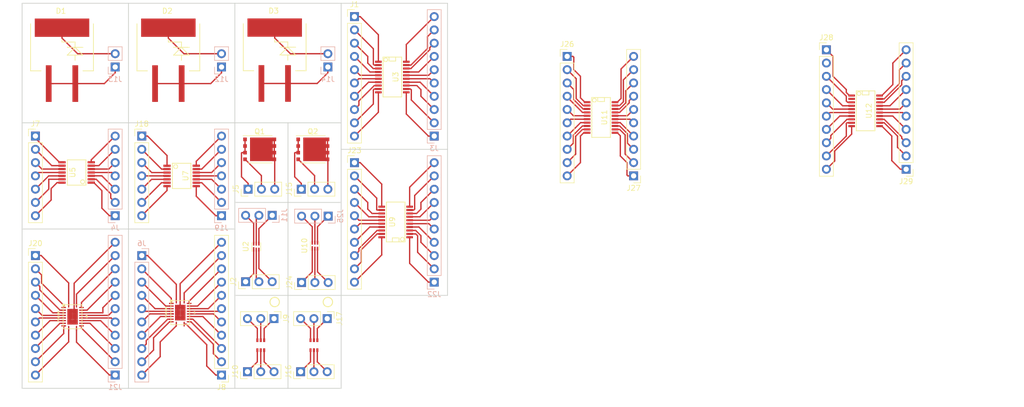
<source format=kicad_pcb>
(kicad_pcb (version 4) (host pcbnew 4.0.7)
  (layers (0 F.Cu signal) (31 B.Cu signal) (34 B.Paste user) (35 F.Paste user) (36 B.SilkS user) (37 F.SilkS user) (38 B.Mask user) (39 F.Mask user) (44 Edge.Cuts user))
  (net 0 "")
  (net 1 "Net-(D2-Pad2)")
  (net 2 "Net-(D2-Pad1)")
  (net 3 "Net-(J2-Pad1)")
  (net 4 "Net-(J2-Pad2)")
  (net 5 "Net-(J2-Pad3)")
  (net 6 "Net-(J1-Pad1)")
  (net 7 "Net-(J1-Pad2)")
  (net 8 "Net-(J1-Pad3)")
  (net 9 "Net-(J1-Pad4)")
  (net 10 "Net-(J1-Pad5)")
  (net 11 "Net-(J1-Pad6)")
  (net 12 "Net-(J3-Pad1)")
  (net 13 "Net-(J3-Pad2)")
  (net 14 "Net-(J3-Pad3)")
  (net 15 "Net-(J3-Pad4)")
  (net 16 "Net-(J3-Pad5)")
  (net 17 "Net-(J3-Pad6)")
  (net 18 "Net-(J3-Pad7)")
  (net 19 "Net-(J4-Pad1)")
  (net 20 "Net-(J4-Pad2)")
  (net 21 "Net-(J4-Pad3)")
  (net 22 "Net-(J4-Pad4)")
  (net 23 "Net-(J4-Pad5)")
  (net 24 "Net-(J4-Pad6)")
  (net 25 "Net-(J4-Pad7)")
  (net 26 "Net-(J5-Pad1)")
  (net 27 "Net-(J5-Pad2)")
  (net 28 "Net-(J5-Pad3)")
  (net 29 "Net-(J6-Pad1)")
  (net 30 "Net-(J6-Pad2)")
  (net 31 "Net-(J6-Pad3)")
  (net 32 "Net-(J6-Pad4)")
  (net 33 "Net-(J6-Pad5)")
  (net 34 "Net-(J6-Pad6)")
  (net 35 "Net-(J6-Pad7)")
  (net 36 "Net-(J6-Pad8)")
  (net 37 "Net-(J6-Pad9)")
  (net 38 "Net-(J6-Pad10)")
  (net 39 "Net-(J7-Pad1)")
  (net 40 "Net-(J7-Pad2)")
  (net 41 "Net-(J7-Pad3)")
  (net 42 "Net-(J7-Pad4)")
  (net 43 "Net-(J7-Pad5)")
  (net 44 "Net-(J7-Pad6)")
  (net 45 "Net-(J7-Pad7)")
  (net 46 "Net-(J8-Pad1)")
  (net 47 "Net-(J8-Pad2)")
  (net 48 "Net-(J8-Pad3)")
  (net 49 "Net-(J8-Pad4)")
  (net 50 "Net-(J8-Pad5)")
  (net 51 "Net-(J8-Pad6)")
  (net 52 "Net-(J8-Pad7)")
  (net 53 "Net-(J8-Pad8)")
  (net 54 "Net-(J8-Pad9)")
  (net 55 "Net-(J8-Pad10)")
  (net 56 "Net-(J8-Pad11)")
  (net 57 "Net-(J9-Pad1)")
  (net 58 "Net-(J9-Pad2)")
  (net 59 "Net-(J9-Pad3)")
  (net 60 "Net-(J10-Pad1)")
  (net 61 "Net-(J10-Pad2)")
  (net 62 "Net-(J10-Pad3)")
  (net 63 "Net-(J1-Pad7)")
  (net 64 "Net-(J1-Pad8)")
  (net 65 "Net-(J1-Pad9)")
  (net 66 "Net-(J1-Pad10)")
  (net 67 "Net-(J3-Pad8)")
  (net 68 "Net-(J3-Pad9)")
  (net 69 "Net-(J3-Pad10)")
  (net 70 "Net-(J11-Pad1)")
  (net 71 "Net-(J11-Pad2)")
  (net 72 "Net-(J11-Pad3)")
  (net 73 "Net-(D1-Pad2)")
  (net 74 "Net-(D1-Pad1)")
  (net 75 "Net-(D3-Pad2)")
  (net 76 "Net-(D3-Pad1)")
  (net 77 "Net-(J15-Pad1)")
  (net 78 "Net-(J15-Pad2)")
  (net 79 "Net-(J15-Pad3)")
  (net 80 "Net-(J16-Pad1)")
  (net 81 "Net-(J16-Pad2)")
  (net 82 "Net-(J16-Pad3)")
  (net 83 "Net-(J17-Pad1)")
  (net 84 "Net-(J17-Pad2)")
  (net 85 "Net-(J17-Pad3)")
  (net 86 "Net-(J18-Pad1)")
  (net 87 "Net-(J18-Pad2)")
  (net 88 "Net-(J18-Pad3)")
  (net 89 "Net-(J18-Pad4)")
  (net 90 "Net-(J18-Pad5)")
  (net 91 "Net-(J18-Pad6)")
  (net 92 "Net-(J18-Pad7)")
  (net 93 "Net-(J19-Pad1)")
  (net 94 "Net-(J19-Pad2)")
  (net 95 "Net-(J19-Pad3)")
  (net 96 "Net-(J19-Pad4)")
  (net 97 "Net-(J19-Pad5)")
  (net 98 "Net-(J19-Pad6)")
  (net 99 "Net-(J19-Pad7)")
  (net 100 "Net-(J20-Pad1)")
  (net 101 "Net-(J20-Pad2)")
  (net 102 "Net-(J20-Pad3)")
  (net 103 "Net-(J20-Pad4)")
  (net 104 "Net-(J20-Pad5)")
  (net 105 "Net-(J20-Pad6)")
  (net 106 "Net-(J20-Pad7)")
  (net 107 "Net-(J20-Pad8)")
  (net 108 "Net-(J20-Pad9)")
  (net 109 "Net-(J20-Pad10)")
  (net 110 "Net-(J21-Pad1)")
  (net 111 "Net-(J21-Pad2)")
  (net 112 "Net-(J21-Pad3)")
  (net 113 "Net-(J21-Pad4)")
  (net 114 "Net-(J21-Pad5)")
  (net 115 "Net-(J21-Pad6)")
  (net 116 "Net-(J21-Pad7)")
  (net 117 "Net-(J21-Pad8)")
  (net 118 "Net-(J21-Pad9)")
  (net 119 "Net-(J21-Pad10)")
  (net 120 "Net-(J21-Pad11)")
  (net 121 "Net-(J22-Pad1)")
  (net 122 "Net-(J22-Pad2)")
  (net 123 "Net-(J22-Pad3)")
  (net 124 "Net-(J22-Pad4)")
  (net 125 "Net-(J22-Pad5)")
  (net 126 "Net-(J22-Pad6)")
  (net 127 "Net-(J22-Pad7)")
  (net 128 "Net-(J22-Pad8)")
  (net 129 "Net-(J22-Pad9)")
  (net 130 "Net-(J22-Pad10)")
  (net 131 "Net-(J23-Pad1)")
  (net 132 "Net-(J23-Pad2)")
  (net 133 "Net-(J23-Pad3)")
  (net 134 "Net-(J23-Pad4)")
  (net 135 "Net-(J23-Pad5)")
  (net 136 "Net-(J23-Pad6)")
  (net 137 "Net-(J23-Pad7)")
  (net 138 "Net-(J23-Pad8)")
  (net 139 "Net-(J23-Pad9)")
  (net 140 "Net-(J23-Pad10)")
  (net 141 "Net-(J24-Pad1)")
  (net 142 "Net-(J24-Pad2)")
  (net 143 "Net-(J24-Pad3)")
  (net 144 "Net-(J25-Pad1)")
  (net 145 "Net-(J25-Pad2)")
  (net 146 "Net-(J25-Pad3)")
  (net 147 "Net-(J26-Pad1)")
  (net 148 "Net-(J26-Pad2)")
  (net 149 "Net-(J26-Pad3)")
  (net 150 "Net-(J26-Pad4)")
  (net 151 "Net-(J26-Pad5)")
  (net 152 "Net-(J26-Pad6)")
  (net 153 "Net-(J26-Pad7)")
  (net 154 "Net-(J26-Pad8)")
  (net 155 "Net-(J26-Pad9)")
  (net 156 "Net-(J26-Pad10)")
  (net 157 "Net-(J27-Pad1)")
  (net 158 "Net-(J27-Pad2)")
  (net 159 "Net-(J27-Pad3)")
  (net 160 "Net-(J27-Pad4)")
  (net 161 "Net-(J27-Pad5)")
  (net 162 "Net-(J27-Pad6)")
  (net 163 "Net-(J27-Pad7)")
  (net 164 "Net-(J27-Pad8)")
  (net 165 "Net-(J27-Pad9)")
  (net 166 "Net-(J27-Pad10)")
  (net 167 "Net-(J28-Pad1)")
  (net 168 "Net-(J28-Pad2)")
  (net 169 "Net-(J28-Pad3)")
  (net 170 "Net-(J28-Pad4)")
  (net 171 "Net-(J28-Pad5)")
  (net 172 "Net-(J28-Pad6)")
  (net 173 "Net-(J28-Pad7)")
  (net 174 "Net-(J28-Pad8)")
  (net 175 "Net-(J28-Pad9)")
  (net 176 "Net-(J28-Pad10)")
  (net 177 "Net-(J29-Pad1)")
  (net 178 "Net-(J29-Pad2)")
  (net 179 "Net-(J29-Pad3)")
  (net 180 "Net-(J29-Pad4)")
  (net 181 "Net-(J29-Pad5)")
  (net 182 "Net-(J29-Pad6)")
  (net 183 "Net-(J29-Pad7)")
  (net 184 "Net-(J29-Pad8)")
  (net 185 "Net-(J29-Pad9)")
  (net 186 "Net-(J29-Pad10)")
  (module Diodes_SMD:DD-PAK_TO263_SingleDiode (layer F.Cu) (at 60.96 23.59914)
    (fp_text reference D3 (at -0.20066 -9.4488) (layer F.SilkS))
    (fp_text value SM74611)
    (pad 2 smd rect (at 0 -6.25094) (size 10.40892 3.50012) (layers F.Cu F.Paste F.Mask) (net 75 "Net-(D3-Pad2)"))
    (pad 1 smd rect (at -2.54 4.43992) (size 1.09982 7.0104) (layers F.Cu F.Paste F.Mask) (net 76 "Net-(D3-Pad1)"))
    (pad 3 smd rect (at 2.54 4.43992) (size 1.09982 7.0104) (layers F.Cu F.Paste F.Mask) (net 76 "Net-(D3-Pad1)"))
  )
  (module Pin_Headers:Pin_Header_Straight_1x02_Pitch2.54mm (layer B.Cu) (at 71.12 24.892)
    (fp_text reference J14 (at 0 2.33) (layer B.SilkS) (effects (justify mirror)))
    (fp_text value Conn_01x02_Male)
    (pad 1 thru_hole rect (at 0 0) (size 1.7 1.7) (drill 1) (layers *.Cu *.Mask) (net 76 "Net-(D3-Pad1)"))
    (pad 2 thru_hole oval (at 0 -2.54) (size 1.7 1.7) (drill 1) (layers *.Cu *.Mask) (net 75 "Net-(D3-Pad2)"))
  )
  (module Diodes_SMD:DD-PAK_TO263_SingleDiode (layer F.Cu) (at 40.64 23.622)
    (fp_text reference D2 (at -0.20066 -9.4488) (layer F.SilkS))
    (fp_text value SM74611)
    (pad 2 smd rect (at 0 -6.25094) (size 10.40892 3.50012) (layers F.Cu F.Paste F.Mask) (net 1 "Net-(D2-Pad2)"))
    (pad 1 smd rect (at -2.54 4.43992) (size 1.09982 7.0104) (layers F.Cu F.Paste F.Mask) (net 2 "Net-(D2-Pad1)"))
    (pad 3 smd rect (at 2.54 4.43992) (size 1.09982 7.0104) (layers F.Cu F.Paste F.Mask) (net 2 "Net-(D2-Pad1)"))
  )
  (module kicad-libraries:SC70-6 (layer F.Cu) (at 58.293 78.105 180)
    (fp_text reference U1)
    (fp_text value INA214)
    (pad 1 smd rect (at -0.65 0.95 180) (size 0.4 0.7) (layers F.Cu F.Paste F.Mask) (net 57 "Net-(J9-Pad1)"))
    (pad 2 smd rect (at 0 0.95 180) (size 0.4 0.7) (layers F.Cu F.Paste F.Mask) (net 58 "Net-(J9-Pad2)"))
    (pad 3 smd rect (at 0.65 0.95 180) (size 0.4 0.7) (layers F.Cu F.Paste F.Mask) (net 59 "Net-(J9-Pad3)"))
    (pad 4 smd rect (at 0.65 -0.95 180) (size 0.4 0.7) (layers F.Cu F.Paste F.Mask) (net 60 "Net-(J10-Pad1)"))
    (pad 6 smd rect (at -0.65 -0.95 180) (size 0.4 0.7) (layers F.Cu F.Paste F.Mask) (net 62 "Net-(J10-Pad3)"))
    (pad 5 smd rect (at 0 -0.95 180) (size 0.4 0.7) (layers F.Cu F.Paste F.Mask) (net 61 "Net-(J10-Pad2)"))
  )
  (module Pin_Headers:Pin_Header_Straight_1x03_Pitch2.54mm (layer F.Cu) (at 60.833 73.025 270)
    (fp_text reference J9 (at 0 -2.33 270) (layer F.SilkS))
    (fp_text value Conn_01x03_Male)
    (pad 1 thru_hole rect (at 0 0 270) (size 1.7 1.7) (drill 1) (layers *.Cu *.Mask) (net 57 "Net-(J9-Pad1)"))
    (pad 2 thru_hole oval (at 0 2.54 270) (size 1.7 1.7) (drill 1) (layers *.Cu *.Mask) (net 58 "Net-(J9-Pad2)"))
    (pad 3 thru_hole oval (at 0 5.08 270) (size 1.7 1.7) (drill 1) (layers *.Cu *.Mask) (net 59 "Net-(J9-Pad3)"))
  )
  (module Pin_Headers:Pin_Header_Straight_1x03_Pitch2.54mm (layer F.Cu) (at 55.753 83.185 90)
    (fp_text reference J10 (at 0 -2.33 90) (layer F.SilkS))
    (fp_text value Conn_01x03_Male)
    (pad 1 thru_hole rect (at 0 0 90) (size 1.7 1.7) (drill 1) (layers *.Cu *.Mask) (net 60 "Net-(J10-Pad1)"))
    (pad 2 thru_hole oval (at 0 2.54 90) (size 1.7 1.7) (drill 1) (layers *.Cu *.Mask) (net 61 "Net-(J10-Pad2)"))
    (pad 3 thru_hole oval (at 0 5.08 90) (size 1.7 1.7) (drill 1) (layers *.Cu *.Mask) (net 62 "Net-(J10-Pad3)"))
  )
  (module Pin_Headers:Pin_Header_Straight_1x02_Pitch2.54mm (layer B.Cu) (at 50.8 24.892)
    (fp_text reference J12 (at 0 2.33) (layer B.SilkS) (effects (justify mirror)))
    (fp_text value Conn_01x02_Male)
    (pad 1 thru_hole rect (at 0 0) (size 1.7 1.7) (drill 1) (layers *.Cu *.Mask) (net 2 "Net-(D2-Pad1)"))
    (pad 2 thru_hole oval (at 0 -2.54) (size 1.7 1.7) (drill 1) (layers *.Cu *.Mask) (net 1 "Net-(D2-Pad2)"))
  )
  (module Diodes_SMD:DD-PAK_TO263_SingleDiode (layer F.Cu) (at 20.32 23.622)
    (fp_text reference D1 (at -0.20066 -9.4488) (layer F.SilkS))
    (fp_text value SM74611)
    (pad 2 smd rect (at 0 -6.25094) (size 10.40892 3.50012) (layers F.Cu F.Paste F.Mask) (net 73 "Net-(D1-Pad2)"))
    (pad 1 smd rect (at -2.54 4.43992) (size 1.09982 7.0104) (layers F.Cu F.Paste F.Mask) (net 74 "Net-(D1-Pad1)"))
    (pad 3 smd rect (at 2.54 4.43992) (size 1.09982 7.0104) (layers F.Cu F.Paste F.Mask) (net 74 "Net-(D1-Pad1)"))
  )
  (module Pin_Headers:Pin_Header_Straight_1x02_Pitch2.54mm (layer B.Cu) (at 30.48 24.892)
    (fp_text reference J13 (at 0 2.33) (layer B.SilkS) (effects (justify mirror)))
    (fp_text value Conn_01x02_Male)
    (pad 1 thru_hole rect (at 0 0) (size 1.7 1.7) (drill 1) (layers *.Cu *.Mask) (net 74 "Net-(D1-Pad1)"))
    (pad 2 thru_hole oval (at 0 -2.54) (size 1.7 1.7) (drill 1) (layers *.Cu *.Mask) (net 73 "Net-(D1-Pad2)"))
  )
  (module Pin_Headers:Pin_Header_Straight_1x03_Pitch2.54mm (layer F.Cu) (at 65.913 83.185 90)
    (fp_text reference J16 (at 0 -2.33 90) (layer F.SilkS))
    (fp_text value Conn_01x03_Male)
    (pad 1 thru_hole rect (at 0 0 90) (size 1.7 1.7) (drill 1) (layers *.Cu *.Mask) (net 80 "Net-(J16-Pad1)"))
    (pad 2 thru_hole oval (at 0 2.54 90) (size 1.7 1.7) (drill 1) (layers *.Cu *.Mask) (net 81 "Net-(J16-Pad2)"))
    (pad 3 thru_hole oval (at 0 5.08 90) (size 1.7 1.7) (drill 1) (layers *.Cu *.Mask) (net 82 "Net-(J16-Pad3)"))
  )
  (module Pin_Headers:Pin_Header_Straight_1x03_Pitch2.54mm (layer F.Cu) (at 70.993 73.025 270)
    (fp_text reference J17 (at 0 -2.33 270) (layer F.SilkS))
    (fp_text value Conn_01x03_Male)
    (pad 1 thru_hole rect (at 0 0 270) (size 1.7 1.7) (drill 1) (layers *.Cu *.Mask) (net 83 "Net-(J17-Pad1)"))
    (pad 2 thru_hole oval (at 0 2.54 270) (size 1.7 1.7) (drill 1) (layers *.Cu *.Mask) (net 84 "Net-(J17-Pad2)"))
    (pad 3 thru_hole oval (at 0 5.08 270) (size 1.7 1.7) (drill 1) (layers *.Cu *.Mask) (net 85 "Net-(J17-Pad3)"))
  )
  (module kicad-libraries:SC70-6 (layer F.Cu) (at 68.453 78.105)
    (fp_text reference U6)
    (fp_text value INA214)
    (pad 1 smd rect (at -0.65 0.95) (size 0.4 0.7) (layers F.Cu F.Paste F.Mask) (net 80 "Net-(J16-Pad1)"))
    (pad 2 smd rect (at 0 0.95) (size 0.4 0.7) (layers F.Cu F.Paste F.Mask) (net 81 "Net-(J16-Pad2)"))
    (pad 3 smd rect (at 0.65 0.95) (size 0.4 0.7) (layers F.Cu F.Paste F.Mask) (net 82 "Net-(J16-Pad3)"))
    (pad 4 smd rect (at 0.65 -0.95) (size 0.4 0.7) (layers F.Cu F.Paste F.Mask) (net 83 "Net-(J17-Pad1)"))
    (pad 6 smd rect (at -0.65 -0.95) (size 0.4 0.7) (layers F.Cu F.Paste F.Mask) (net 85 "Net-(J17-Pad3)"))
    (pad 5 smd rect (at 0 -0.95) (size 0.4 0.7) (layers F.Cu F.Paste F.Mask) (net 84 "Net-(J17-Pad2)"))
  )
  (module Pin_Headers:Pin_Header_Straight_1x07_Pitch2.54mm (layer F.Cu) (at 35.56 38.1)
    (fp_text reference J18 (at 0 -2.33) (layer F.SilkS))
    (fp_text value Conn_01x07_Male)
    (pad 1 thru_hole rect (at 0 0) (size 1.7 1.7) (drill 1) (layers *.Cu *.Mask) (net 86 "Net-(J18-Pad1)"))
    (pad 2 thru_hole oval (at 0 2.54) (size 1.7 1.7) (drill 1) (layers *.Cu *.Mask) (net 87 "Net-(J18-Pad2)"))
    (pad 3 thru_hole oval (at 0 5.08) (size 1.7 1.7) (drill 1) (layers *.Cu *.Mask) (net 88 "Net-(J18-Pad3)"))
    (pad 4 thru_hole oval (at 0 7.62) (size 1.7 1.7) (drill 1) (layers *.Cu *.Mask) (net 89 "Net-(J18-Pad4)"))
    (pad 5 thru_hole oval (at 0 10.16) (size 1.7 1.7) (drill 1) (layers *.Cu *.Mask) (net 90 "Net-(J18-Pad5)"))
    (pad 6 thru_hole oval (at 0 12.7) (size 1.7 1.7) (drill 1) (layers *.Cu *.Mask) (net 91 "Net-(J18-Pad6)"))
    (pad 7 thru_hole oval (at 0 15.24) (size 1.7 1.7) (drill 1) (layers *.Cu *.Mask) (net 92 "Net-(J18-Pad7)"))
  )
  (module Pin_Headers:Pin_Header_Straight_1x07_Pitch2.54mm (layer B.Cu) (at 50.8 53.34)
    (fp_text reference J19 (at 0 2.33) (layer B.SilkS) (effects (justify mirror)))
    (fp_text value Conn_01x07_Male)
    (pad 1 thru_hole rect (at 0 0) (size 1.7 1.7) (drill 1) (layers *.Cu *.Mask) (net 93 "Net-(J19-Pad1)"))
    (pad 2 thru_hole oval (at 0 -2.54) (size 1.7 1.7) (drill 1) (layers *.Cu *.Mask) (net 94 "Net-(J19-Pad2)"))
    (pad 3 thru_hole oval (at 0 -5.08) (size 1.7 1.7) (drill 1) (layers *.Cu *.Mask) (net 95 "Net-(J19-Pad3)"))
    (pad 4 thru_hole oval (at 0 -7.62) (size 1.7 1.7) (drill 1) (layers *.Cu *.Mask) (net 96 "Net-(J19-Pad4)"))
    (pad 5 thru_hole oval (at 0 -10.16) (size 1.7 1.7) (drill 1) (layers *.Cu *.Mask) (net 97 "Net-(J19-Pad5)"))
    (pad 6 thru_hole oval (at 0 -12.7) (size 1.7 1.7) (drill 1) (layers *.Cu *.Mask) (net 98 "Net-(J19-Pad6)"))
    (pad 7 thru_hole oval (at 0 -15.24) (size 1.7 1.7) (drill 1) (layers *.Cu *.Mask) (net 99 "Net-(J19-Pad7)"))
  )
  (module SMD_Packages:SSOP-14 (layer F.Cu) (at 43.18 45.72 270)
    (fp_text reference U7 (at 0 -0.762 270) (layer F.SilkS))
    (fp_text value ADA4891-4)
    (pad 1 smd rect (at -1.9304 2.794 270) (size 0.4318 1.397) (layers F.Cu F.Paste F.Mask) (net 86 "Net-(J18-Pad1)"))
    (pad 2 smd rect (at -1.2954 2.794 270) (size 0.4318 1.397) (layers F.Cu F.Paste F.Mask) (net 87 "Net-(J18-Pad2)"))
    (pad 3 smd rect (at -0.635 2.794 270) (size 0.4318 1.397) (layers F.Cu F.Paste F.Mask) (net 88 "Net-(J18-Pad3)"))
    (pad 4 smd rect (at 0 2.794 270) (size 0.4318 1.397) (layers F.Cu F.Paste F.Mask) (net 89 "Net-(J18-Pad4)"))
    (pad 5 smd rect (at 0.6604 2.794 270) (size 0.4318 1.397) (layers F.Cu F.Paste F.Mask) (net 90 "Net-(J18-Pad5)"))
    (pad 6 smd rect (at 1.3081 2.794 270) (size 0.4318 1.397) (layers F.Cu F.Paste F.Mask) (net 91 "Net-(J18-Pad6)"))
    (pad 7 smd rect (at 1.9558 2.794 270) (size 0.4318 1.397) (layers F.Cu F.Paste F.Mask) (net 92 "Net-(J18-Pad7)"))
    (pad 8 smd rect (at 1.9558 -2.794 270) (size 0.4318 1.397) (layers F.Cu F.Paste F.Mask) (net 93 "Net-(J19-Pad1)"))
    (pad 9 smd rect (at 1.3081 -2.794 270) (size 0.4318 1.397) (layers F.Cu F.Paste F.Mask) (net 94 "Net-(J19-Pad2)"))
    (pad 10 smd rect (at 0.6604 -2.794 270) (size 0.4318 1.397) (layers F.Cu F.Paste F.Mask) (net 95 "Net-(J19-Pad3)"))
    (pad 11 smd rect (at 0 -2.794 270) (size 0.4318 1.397) (layers F.Cu F.Paste F.Mask) (net 96 "Net-(J19-Pad4)"))
    (pad 12 smd rect (at -0.6477 -2.794 270) (size 0.4318 1.397) (layers F.Cu F.Paste F.Mask) (net 97 "Net-(J19-Pad5)"))
    (pad 13 smd rect (at -1.2954 -2.794 270) (size 0.4318 1.397) (layers F.Cu F.Paste F.Mask) (net 98 "Net-(J19-Pad6)"))
    (pad 14 smd rect (at -1.9431 -2.794 270) (size 0.4318 1.397) (layers F.Cu F.Paste F.Mask) (net 99 "Net-(J19-Pad7)"))
  )
  (module Pin_Headers:Pin_Header_Straight_1x03_Pitch2.54mm (layer F.Cu) (at 66.098382 66.115166 90)
    (fp_text reference J24 (at 0 -2.33 90) (layer F.SilkS))
    (fp_text value Conn_01x03_Male)
    (pad 1 thru_hole rect (at 0 0 90) (size 1.7 1.7) (drill 1) (layers *.Cu *.Mask) (net 141 "Net-(J24-Pad1)"))
    (pad 2 thru_hole oval (at 0 2.54 90) (size 1.7 1.7) (drill 1) (layers *.Cu *.Mask) (net 142 "Net-(J24-Pad2)"))
    (pad 3 thru_hole oval (at 0 5.08 90) (size 1.7 1.7) (drill 1) (layers *.Cu *.Mask) (net 143 "Net-(J24-Pad3)"))
  )
  (module Pin_Headers:Pin_Header_Straight_1x03_Pitch2.54mm (layer B.Cu) (at 71.178382 53.415166 90)
    (fp_text reference J25 (at 0 2.33 90) (layer B.SilkS) (effects (justify mirror)))
    (fp_text value Conn_01x03_Male)
    (pad 1 thru_hole rect (at 0 0 90) (size 1.7 1.7) (drill 1) (layers *.Cu *.Mask) (net 144 "Net-(J25-Pad1)"))
    (pad 2 thru_hole oval (at 0 -2.54 90) (size 1.7 1.7) (drill 1) (layers *.Cu *.Mask) (net 145 "Net-(J25-Pad2)"))
    (pad 3 thru_hole oval (at 0 -5.08 90) (size 1.7 1.7) (drill 1) (layers *.Cu *.Mask) (net 146 "Net-(J25-Pad3)"))
  )
  (module Housings_SON:WSON6_1.5x1.5mm_Pitch0.5mm (layer F.Cu) (at 68.638382 59.070166 90)
    (fp_text reference U10 (at 0 -2 90) (layer F.SilkS))
    (fp_text value bq297xx)
    (pad 1 smd rect (at -0.525 -0.5) (size 0.28 0.85) (layers F.Cu F.Paste F.Mask) (net 141 "Net-(J24-Pad1)"))
    (pad 2 smd rect (at -0.575 0) (size 0.28 0.75) (layers F.Cu F.Paste F.Mask) (net 142 "Net-(J24-Pad2)"))
    (pad 3 smd rect (at -0.575 0.5) (size 0.28 0.75) (layers F.Cu F.Paste F.Mask) (net 143 "Net-(J24-Pad3)"))
    (pad 4 smd rect (at 0.575 0.5) (size 0.28 0.75) (layers F.Cu F.Paste F.Mask) (net 144 "Net-(J25-Pad1)"))
    (pad 5 smd rect (at 0.575 0) (size 0.28 0.75) (layers F.Cu F.Paste F.Mask) (net 145 "Net-(J25-Pad2)"))
    (pad 6 smd rect (at 0.575 -0.5) (size 0.28 0.75) (layers F.Cu F.Paste F.Mask) (net 146 "Net-(J25-Pad3)"))
  )
  (module Pin_Headers:Pin_Header_Straight_1x03_Pitch2.54mm (layer F.Cu) (at 55.400312 65.970536 90)
    (fp_text reference J2 (at 0 -2.33 90) (layer F.SilkS))
    (fp_text value Conn_01x03_Male)
    (pad 1 thru_hole rect (at 0 0 90) (size 1.7 1.7) (drill 1) (layers *.Cu *.Mask) (net 3 "Net-(J2-Pad1)"))
    (pad 2 thru_hole oval (at 0 2.54 90) (size 1.7 1.7) (drill 1) (layers *.Cu *.Mask) (net 4 "Net-(J2-Pad2)"))
    (pad 3 thru_hole oval (at 0 5.08 90) (size 1.7 1.7) (drill 1) (layers *.Cu *.Mask) (net 5 "Net-(J2-Pad3)"))
  )
  (module Pin_Headers:Pin_Header_Straight_1x03_Pitch2.54mm (layer B.Cu) (at 60.480312 53.270536 90)
    (fp_text reference J11 (at 0 2.33 90) (layer B.SilkS) (effects (justify mirror)))
    (fp_text value Conn_01x03_Male)
    (pad 1 thru_hole rect (at 0 0 90) (size 1.7 1.7) (drill 1) (layers *.Cu *.Mask) (net 70 "Net-(J11-Pad1)"))
    (pad 2 thru_hole oval (at 0 -2.54 90) (size 1.7 1.7) (drill 1) (layers *.Cu *.Mask) (net 71 "Net-(J11-Pad2)"))
    (pad 3 thru_hole oval (at 0 -5.08 90) (size 1.7 1.7) (drill 1) (layers *.Cu *.Mask) (net 72 "Net-(J11-Pad3)"))
  )
  (module Housings_SON:WSON6_1.5x1.5mm_Pitch0.5mm (layer F.Cu) (at 57.440312 59.250536 90)
    (fp_text reference U2 (at 0 -2 90) (layer F.SilkS))
    (fp_text value bq297xx)
    (pad 1 smd rect (at -0.525 -0.5) (size 0.28 0.85) (layers F.Cu F.Paste F.Mask) (net 3 "Net-(J2-Pad1)"))
    (pad 2 smd rect (at -0.575 0) (size 0.28 0.75) (layers F.Cu F.Paste F.Mask) (net 4 "Net-(J2-Pad2)"))
    (pad 3 smd rect (at -0.575 0.5) (size 0.28 0.75) (layers F.Cu F.Paste F.Mask) (net 5 "Net-(J2-Pad3)"))
    (pad 4 smd rect (at 0.575 0.5) (size 0.28 0.75) (layers F.Cu F.Paste F.Mask) (net 70 "Net-(J11-Pad1)"))
    (pad 5 smd rect (at 0.575 0) (size 0.28 0.75) (layers F.Cu F.Paste F.Mask) (net 71 "Net-(J11-Pad2)"))
    (pad 6 smd rect (at 0.575 -0.5) (size 0.28 0.75) (layers F.Cu F.Paste F.Mask) (net 72 "Net-(J11-Pad3)"))
  )
  (module Pin_Headers:Pin_Header_Straight_1x07_Pitch2.54mm (layer B.Cu) (at 30.48 53.34)
    (fp_text reference J4 (at 0 2.33) (layer B.SilkS) (effects (justify mirror)))
    (fp_text value Conn_01x07_Male)
    (pad 1 thru_hole rect (at 0 0) (size 1.7 1.7) (drill 1) (layers *.Cu *.Mask) (net 19 "Net-(J4-Pad1)"))
    (pad 2 thru_hole oval (at 0 -2.54) (size 1.7 1.7) (drill 1) (layers *.Cu *.Mask) (net 20 "Net-(J4-Pad2)"))
    (pad 3 thru_hole oval (at 0 -5.08) (size 1.7 1.7) (drill 1) (layers *.Cu *.Mask) (net 21 "Net-(J4-Pad3)"))
    (pad 4 thru_hole oval (at 0 -7.62) (size 1.7 1.7) (drill 1) (layers *.Cu *.Mask) (net 22 "Net-(J4-Pad4)"))
    (pad 5 thru_hole oval (at 0 -10.16) (size 1.7 1.7) (drill 1) (layers *.Cu *.Mask) (net 23 "Net-(J4-Pad5)"))
    (pad 6 thru_hole oval (at 0 -12.7) (size 1.7 1.7) (drill 1) (layers *.Cu *.Mask) (net 24 "Net-(J4-Pad6)"))
    (pad 7 thru_hole oval (at 0 -15.24) (size 1.7 1.7) (drill 1) (layers *.Cu *.Mask) (net 25 "Net-(J4-Pad7)"))
  )
  (module Pin_Headers:Pin_Header_Straight_1x07_Pitch2.54mm (layer F.Cu) (at 15.24 38.1)
    (fp_text reference J7 (at 0 -2.33) (layer F.SilkS))
    (fp_text value Conn_01x07_Male)
    (pad 1 thru_hole rect (at 0 0) (size 1.7 1.7) (drill 1) (layers *.Cu *.Mask) (net 39 "Net-(J7-Pad1)"))
    (pad 2 thru_hole oval (at 0 2.54) (size 1.7 1.7) (drill 1) (layers *.Cu *.Mask) (net 40 "Net-(J7-Pad2)"))
    (pad 3 thru_hole oval (at 0 5.08) (size 1.7 1.7) (drill 1) (layers *.Cu *.Mask) (net 41 "Net-(J7-Pad3)"))
    (pad 4 thru_hole oval (at 0 7.62) (size 1.7 1.7) (drill 1) (layers *.Cu *.Mask) (net 42 "Net-(J7-Pad4)"))
    (pad 5 thru_hole oval (at 0 10.16) (size 1.7 1.7) (drill 1) (layers *.Cu *.Mask) (net 43 "Net-(J7-Pad5)"))
    (pad 6 thru_hole oval (at 0 12.7) (size 1.7 1.7) (drill 1) (layers *.Cu *.Mask) (net 44 "Net-(J7-Pad6)"))
    (pad 7 thru_hole oval (at 0 15.24) (size 1.7 1.7) (drill 1) (layers *.Cu *.Mask) (net 45 "Net-(J7-Pad7)"))
  )
  (module SMD_Packages:SSOP-14 (layer F.Cu) (at 23.114 45.0723 90)
    (fp_text reference U5 (at 0 -0.762 90) (layer F.SilkS))
    (fp_text value ADA4891-4)
    (pad 1 smd rect (at -1.9304 2.794 90) (size 0.4318 1.397) (layers F.Cu F.Paste F.Mask) (net 19 "Net-(J4-Pad1)"))
    (pad 2 smd rect (at -1.2954 2.794 90) (size 0.4318 1.397) (layers F.Cu F.Paste F.Mask) (net 20 "Net-(J4-Pad2)"))
    (pad 3 smd rect (at -0.635 2.794 90) (size 0.4318 1.397) (layers F.Cu F.Paste F.Mask) (net 21 "Net-(J4-Pad3)"))
    (pad 4 smd rect (at 0 2.794 90) (size 0.4318 1.397) (layers F.Cu F.Paste F.Mask) (net 22 "Net-(J4-Pad4)"))
    (pad 5 smd rect (at 0.6604 2.794 90) (size 0.4318 1.397) (layers F.Cu F.Paste F.Mask) (net 23 "Net-(J4-Pad5)"))
    (pad 6 smd rect (at 1.3081 2.794 90) (size 0.4318 1.397) (layers F.Cu F.Paste F.Mask) (net 24 "Net-(J4-Pad6)"))
    (pad 7 smd rect (at 1.9558 2.794 90) (size 0.4318 1.397) (layers F.Cu F.Paste F.Mask) (net 25 "Net-(J4-Pad7)"))
    (pad 8 smd rect (at 1.9558 -2.794 90) (size 0.4318 1.397) (layers F.Cu F.Paste F.Mask) (net 39 "Net-(J7-Pad1)"))
    (pad 9 smd rect (at 1.3081 -2.794 90) (size 0.4318 1.397) (layers F.Cu F.Paste F.Mask) (net 40 "Net-(J7-Pad2)"))
    (pad 10 smd rect (at 0.6604 -2.794 90) (size 0.4318 1.397) (layers F.Cu F.Paste F.Mask) (net 41 "Net-(J7-Pad3)"))
    (pad 11 smd rect (at 0 -2.794 90) (size 0.4318 1.397) (layers F.Cu F.Paste F.Mask) (net 42 "Net-(J7-Pad4)"))
    (pad 12 smd rect (at -0.6477 -2.794 90) (size 0.4318 1.397) (layers F.Cu F.Paste F.Mask) (net 43 "Net-(J7-Pad5)"))
    (pad 13 smd rect (at -1.2954 -2.794 90) (size 0.4318 1.397) (layers F.Cu F.Paste F.Mask) (net 44 "Net-(J7-Pad6)"))
    (pad 14 smd rect (at -1.9431 -2.794 90) (size 0.4318 1.397) (layers F.Cu F.Paste F.Mask) (net 45 "Net-(J7-Pad7)"))
  )
  (module Pin_Headers:Pin_Header_Straight_1x03_Pitch2.54mm (layer F.Cu) (at 55.88 48.26 90)
    (fp_text reference J5 (at 0 -2.33 90) (layer F.SilkS))
    (fp_text value Conn_01x03_Male)
    (pad 1 thru_hole rect (at 0 0 90) (size 1.7 1.7) (drill 1) (layers *.Cu *.Mask) (net 26 "Net-(J5-Pad1)"))
    (pad 2 thru_hole oval (at 0 2.54 90) (size 1.7 1.7) (drill 1) (layers *.Cu *.Mask) (net 27 "Net-(J5-Pad2)"))
    (pad 3 thru_hole oval (at 0 5.08 90) (size 1.7 1.7) (drill 1) (layers *.Cu *.Mask) (net 28 "Net-(J5-Pad3)"))
  )
  (module Pin_Headers:Pin_Header_Straight_1x03_Pitch2.54mm (layer F.Cu) (at 66.04 48.26 90)
    (fp_text reference J15 (at 0 -2.33 90) (layer F.SilkS))
    (fp_text value Conn_01x03_Male)
    (pad 1 thru_hole rect (at 0 0 90) (size 1.7 1.7) (drill 1) (layers *.Cu *.Mask) (net 77 "Net-(J15-Pad1)"))
    (pad 2 thru_hole oval (at 0 2.54 90) (size 1.7 1.7) (drill 1) (layers *.Cu *.Mask) (net 78 "Net-(J15-Pad2)"))
    (pad 3 thru_hole oval (at 0 5.08 90) (size 1.7 1.7) (drill 1) (layers *.Cu *.Mask) (net 79 "Net-(J15-Pad3)"))
  )
  (module Housings_SON:VSONP-8-1EP_5x6_Pitch1.27mm (layer F.Cu) (at 58.09 40.64)
    (fp_text reference Q1 (at 0 -3.4) (layer F.SilkS))
    (fp_text value BSC026NE2LS5)
    (pad 3 smd rect (at 0.33 0) (size 4.35 4.51) (layers F.Cu F.Mask) (net 28 "Net-(J5-Pad3)"))
    (pad 1 smd rect (at -2.8 0.635) (size 0.7 0.7) (layers F.Cu F.Paste F.Mask) (net 26 "Net-(J5-Pad1)"))
    (pad 1 smd rect (at -2.8 -0.635) (size 0.7 0.7) (layers F.Cu F.Paste F.Mask) (net 26 "Net-(J5-Pad1)"))
    (pad 1 smd rect (at -2.8 -1.905) (size 0.7 0.7) (layers F.Cu F.Paste F.Mask) (net 26 "Net-(J5-Pad1)"))
    (pad 2 smd rect (at -2.8 1.905) (size 0.7 0.7) (layers F.Cu F.Paste F.Mask) (net 27 "Net-(J5-Pad2)"))
    (pad 3 smd rect (at 2.8 1.905) (size 0.7 0.7) (layers F.Cu F.Paste F.Mask) (net 28 "Net-(J5-Pad3)"))
    (pad 3 smd rect (at 2.8 -1.905) (size 0.7 0.7) (layers F.Cu F.Paste F.Mask) (net 28 "Net-(J5-Pad3)"))
    (pad 3 smd rect (at 2.8 -0.635) (size 0.7 0.7) (layers F.Cu F.Paste F.Mask) (net 28 "Net-(J5-Pad3)"))
    (pad 3 smd rect (at 2.8 0.635) (size 0.7 0.7) (layers F.Cu F.Paste F.Mask) (net 28 "Net-(J5-Pad3)"))
  )
  (module Housings_SON:VSONP-8-1EP_5x6_Pitch1.27mm (layer F.Cu) (at 68.25 40.64)
    (fp_text reference Q2 (at 0 -3.4) (layer F.SilkS))
    (fp_text value BSC026NE2LS5)
    (pad 3 smd rect (at 0.33 0) (size 4.35 4.51) (layers F.Cu F.Mask) (net 79 "Net-(J15-Pad3)"))
    (pad 1 smd rect (at -2.8 0.635) (size 0.7 0.7) (layers F.Cu F.Paste F.Mask) (net 77 "Net-(J15-Pad1)"))
    (pad 1 smd rect (at -2.8 -0.635) (size 0.7 0.7) (layers F.Cu F.Paste F.Mask) (net 77 "Net-(J15-Pad1)"))
    (pad 1 smd rect (at -2.8 -1.905) (size 0.7 0.7) (layers F.Cu F.Paste F.Mask) (net 77 "Net-(J15-Pad1)"))
    (pad 2 smd rect (at -2.8 1.905) (size 0.7 0.7) (layers F.Cu F.Paste F.Mask) (net 78 "Net-(J15-Pad2)"))
    (pad 3 smd rect (at 2.8 1.905) (size 0.7 0.7) (layers F.Cu F.Paste F.Mask) (net 79 "Net-(J15-Pad3)"))
    (pad 3 smd rect (at 2.8 -1.905) (size 0.7 0.7) (layers F.Cu F.Paste F.Mask) (net 79 "Net-(J15-Pad3)"))
    (pad 3 smd rect (at 2.8 -0.635) (size 0.7 0.7) (layers F.Cu F.Paste F.Mask) (net 79 "Net-(J15-Pad3)"))
    (pad 3 smd rect (at 2.8 0.635) (size 0.7 0.7) (layers F.Cu F.Paste F.Mask) (net 79 "Net-(J15-Pad3)"))
  )
  (module Pin_Headers:Pin_Header_Straight_1x10_Pitch2.54mm (layer F.Cu) (at 76.2 15.25)
    (fp_text reference J1 (at 0 -2.33) (layer F.SilkS))
    (fp_text value Conn_01x10_Male)
    (pad 1 thru_hole rect (at 0 0) (size 1.7 1.7) (drill 1) (layers *.Cu *.Mask) (net 6 "Net-(J1-Pad1)"))
    (pad 2 thru_hole oval (at 0 2.54) (size 1.7 1.7) (drill 1) (layers *.Cu *.Mask) (net 7 "Net-(J1-Pad2)"))
    (pad 3 thru_hole oval (at 0 5.08) (size 1.7 1.7) (drill 1) (layers *.Cu *.Mask) (net 8 "Net-(J1-Pad3)"))
    (pad 4 thru_hole oval (at 0 7.62) (size 1.7 1.7) (drill 1) (layers *.Cu *.Mask) (net 9 "Net-(J1-Pad4)"))
    (pad 5 thru_hole oval (at 0 10.16) (size 1.7 1.7) (drill 1) (layers *.Cu *.Mask) (net 10 "Net-(J1-Pad5)"))
    (pad 6 thru_hole oval (at 0 12.7) (size 1.7 1.7) (drill 1) (layers *.Cu *.Mask) (net 11 "Net-(J1-Pad6)"))
    (pad 7 thru_hole oval (at 0 15.24) (size 1.7 1.7) (drill 1) (layers *.Cu *.Mask) (net 63 "Net-(J1-Pad7)"))
    (pad 8 thru_hole oval (at 0 17.78) (size 1.7 1.7) (drill 1) (layers *.Cu *.Mask) (net 64 "Net-(J1-Pad8)"))
    (pad 9 thru_hole oval (at 0 20.32) (size 1.7 1.7) (drill 1) (layers *.Cu *.Mask) (net 65 "Net-(J1-Pad9)"))
    (pad 10 thru_hole oval (at 0 22.86) (size 1.7 1.7) (drill 1) (layers *.Cu *.Mask) (net 66 "Net-(J1-Pad10)"))
  )
  (module Pin_Headers:Pin_Header_Straight_1x10_Pitch2.54mm (layer B.Cu) (at 91.44 38.11)
    (fp_text reference J3 (at 0 2.33) (layer B.SilkS) (effects (justify mirror)))
    (fp_text value Conn_01x10_Male)
    (pad 1 thru_hole rect (at 0 0) (size 1.7 1.7) (drill 1) (layers *.Cu *.Mask) (net 12 "Net-(J3-Pad1)"))
    (pad 2 thru_hole oval (at 0 -2.54) (size 1.7 1.7) (drill 1) (layers *.Cu *.Mask) (net 13 "Net-(J3-Pad2)"))
    (pad 3 thru_hole oval (at 0 -5.08) (size 1.7 1.7) (drill 1) (layers *.Cu *.Mask) (net 14 "Net-(J3-Pad3)"))
    (pad 4 thru_hole oval (at 0 -7.62) (size 1.7 1.7) (drill 1) (layers *.Cu *.Mask) (net 15 "Net-(J3-Pad4)"))
    (pad 5 thru_hole oval (at 0 -10.16) (size 1.7 1.7) (drill 1) (layers *.Cu *.Mask) (net 16 "Net-(J3-Pad5)"))
    (pad 6 thru_hole oval (at 0 -12.7) (size 1.7 1.7) (drill 1) (layers *.Cu *.Mask) (net 17 "Net-(J3-Pad6)"))
    (pad 7 thru_hole oval (at 0 -15.24) (size 1.7 1.7) (drill 1) (layers *.Cu *.Mask) (net 18 "Net-(J3-Pad7)"))
    (pad 8 thru_hole oval (at 0 -17.78) (size 1.7 1.7) (drill 1) (layers *.Cu *.Mask) (net 67 "Net-(J3-Pad8)"))
    (pad 9 thru_hole oval (at 0 -20.32) (size 1.7 1.7) (drill 1) (layers *.Cu *.Mask) (net 68 "Net-(J3-Pad9)"))
    (pad 10 thru_hole oval (at 0 -22.86) (size 1.7 1.7) (drill 1) (layers *.Cu *.Mask) (net 69 "Net-(J3-Pad10)"))
  )
  (module Pin_Headers:Pin_Header_Straight_1x10_Pitch2.54mm (layer B.Cu) (at 91.44 66.05)
    (fp_text reference J22 (at 0 2.33) (layer B.SilkS) (effects (justify mirror)))
    (fp_text value Conn_01x10_Male)
    (pad 1 thru_hole rect (at 0 0) (size 1.7 1.7) (drill 1) (layers *.Cu *.Mask) (net 121 "Net-(J22-Pad1)"))
    (pad 2 thru_hole oval (at 0 -2.54) (size 1.7 1.7) (drill 1) (layers *.Cu *.Mask) (net 122 "Net-(J22-Pad2)"))
    (pad 3 thru_hole oval (at 0 -5.08) (size 1.7 1.7) (drill 1) (layers *.Cu *.Mask) (net 123 "Net-(J22-Pad3)"))
    (pad 4 thru_hole oval (at 0 -7.62) (size 1.7 1.7) (drill 1) (layers *.Cu *.Mask) (net 124 "Net-(J22-Pad4)"))
    (pad 5 thru_hole oval (at 0 -10.16) (size 1.7 1.7) (drill 1) (layers *.Cu *.Mask) (net 125 "Net-(J22-Pad5)"))
    (pad 6 thru_hole oval (at 0 -12.7) (size 1.7 1.7) (drill 1) (layers *.Cu *.Mask) (net 126 "Net-(J22-Pad6)"))
    (pad 7 thru_hole oval (at 0 -15.24) (size 1.7 1.7) (drill 1) (layers *.Cu *.Mask) (net 127 "Net-(J22-Pad7)"))
    (pad 8 thru_hole oval (at 0 -17.78) (size 1.7 1.7) (drill 1) (layers *.Cu *.Mask) (net 128 "Net-(J22-Pad8)"))
    (pad 9 thru_hole oval (at 0 -20.32) (size 1.7 1.7) (drill 1) (layers *.Cu *.Mask) (net 129 "Net-(J22-Pad9)"))
    (pad 10 thru_hole oval (at 0 -22.86) (size 1.7 1.7) (drill 1) (layers *.Cu *.Mask) (net 130 "Net-(J22-Pad10)"))
  )
  (module Pin_Headers:Pin_Header_Straight_1x10_Pitch2.54mm (layer F.Cu) (at 76.2 43.19)
    (fp_text reference J23 (at 0 -2.33) (layer F.SilkS))
    (fp_text value Conn_01x10_Male)
    (pad 1 thru_hole rect (at 0 0) (size 1.7 1.7) (drill 1) (layers *.Cu *.Mask) (net 131 "Net-(J23-Pad1)"))
    (pad 2 thru_hole oval (at 0 2.54) (size 1.7 1.7) (drill 1) (layers *.Cu *.Mask) (net 132 "Net-(J23-Pad2)"))
    (pad 3 thru_hole oval (at 0 5.08) (size 1.7 1.7) (drill 1) (layers *.Cu *.Mask) (net 133 "Net-(J23-Pad3)"))
    (pad 4 thru_hole oval (at 0 7.62) (size 1.7 1.7) (drill 1) (layers *.Cu *.Mask) (net 134 "Net-(J23-Pad4)"))
    (pad 5 thru_hole oval (at 0 10.16) (size 1.7 1.7) (drill 1) (layers *.Cu *.Mask) (net 135 "Net-(J23-Pad5)"))
    (pad 6 thru_hole oval (at 0 12.7) (size 1.7 1.7) (drill 1) (layers *.Cu *.Mask) (net 136 "Net-(J23-Pad6)"))
    (pad 7 thru_hole oval (at 0 15.24) (size 1.7 1.7) (drill 1) (layers *.Cu *.Mask) (net 137 "Net-(J23-Pad7)"))
    (pad 8 thru_hole oval (at 0 17.78) (size 1.7 1.7) (drill 1) (layers *.Cu *.Mask) (net 138 "Net-(J23-Pad8)"))
    (pad 9 thru_hole oval (at 0 20.32) (size 1.7 1.7) (drill 1) (layers *.Cu *.Mask) (net 139 "Net-(J23-Pad9)"))
    (pad 10 thru_hole oval (at 0 22.86) (size 1.7 1.7) (drill 1) (layers *.Cu *.Mask) (net 140 "Net-(J23-Pad10)"))
  )
  (module SMD_Packages:SSOP-20 (layer F.Cu) (at 83.439 26.807 270)
    (fp_text reference U3 (at 0 -0.635 270) (layer F.SilkS))
    (fp_text value LM21215)
    (pad 1 smd rect (at -2.921 2.667 270) (size 0.4064 1.27) (layers F.Cu F.Paste F.Mask) (net 6 "Net-(J1-Pad1)"))
    (pad 2 smd rect (at -2.286 2.667 270) (size 0.4064 1.27) (layers F.Cu F.Paste F.Mask) (net 7 "Net-(J1-Pad2)"))
    (pad 3 smd rect (at -1.6256 2.667 270) (size 0.4064 1.27) (layers F.Cu F.Paste F.Mask) (net 8 "Net-(J1-Pad3)"))
    (pad 4 smd rect (at -0.9652 2.667 270) (size 0.4064 1.27) (layers F.Cu F.Paste F.Mask) (net 9 "Net-(J1-Pad4)"))
    (pad 5 smd rect (at -0.3302 2.667 270) (size 0.4064 1.27) (layers F.Cu F.Paste F.Mask) (net 10 "Net-(J1-Pad5)"))
    (pad 6 smd rect (at 0.3302 2.667 270) (size 0.4064 1.27) (layers F.Cu F.Paste F.Mask) (net 11 "Net-(J1-Pad6)"))
    (pad 7 smd rect (at 0.9906 2.667 270) (size 0.4064 1.27) (layers F.Cu F.Paste F.Mask) (net 63 "Net-(J1-Pad7)"))
    (pad 8 smd rect (at 1.6256 2.667 270) (size 0.4064 1.27) (layers F.Cu F.Paste F.Mask) (net 64 "Net-(J1-Pad8)"))
    (pad 9 smd rect (at 2.286 2.667 270) (size 0.4064 1.27) (layers F.Cu F.Paste F.Mask) (net 65 "Net-(J1-Pad9)"))
    (pad 10 smd rect (at 2.921 2.667 270) (size 0.4064 1.27) (layers F.Cu F.Paste F.Mask) (net 66 "Net-(J1-Pad10)"))
    (pad 11 smd rect (at 2.921 -2.667 270) (size 0.4064 1.27) (layers F.Cu F.Paste F.Mask) (net 12 "Net-(J3-Pad1)"))
    (pad 12 smd rect (at 2.286 -2.667 270) (size 0.4064 1.27) (layers F.Cu F.Paste F.Mask) (net 13 "Net-(J3-Pad2)"))
    (pad 13 smd rect (at 1.6256 -2.667 270) (size 0.4064 1.27) (layers F.Cu F.Paste F.Mask) (net 14 "Net-(J3-Pad3)"))
    (pad 14 smd rect (at 0.9906 -2.667 270) (size 0.4064 1.27) (layers F.Cu F.Paste F.Mask) (net 15 "Net-(J3-Pad4)"))
    (pad 15 smd rect (at 0.3302 -2.667 270) (size 0.4064 1.27) (layers F.Cu F.Paste F.Mask) (net 16 "Net-(J3-Pad5)"))
    (pad 16 smd rect (at -0.3302 -2.667 270) (size 0.4064 1.27) (layers F.Cu F.Paste F.Mask) (net 17 "Net-(J3-Pad6)"))
    (pad 17 smd rect (at -0.9652 -2.667 270) (size 0.4064 1.27) (layers F.Cu F.Paste F.Mask) (net 18 "Net-(J3-Pad7)"))
    (pad 18 smd rect (at -1.6256 -2.667 270) (size 0.4064 1.27) (layers F.Cu F.Paste F.Mask) (net 67 "Net-(J3-Pad8)"))
    (pad 19 smd rect (at -2.286 -2.667 270) (size 0.4064 1.27) (layers F.Cu F.Paste F.Mask) (net 68 "Net-(J3-Pad9)"))
    (pad 20 smd rect (at -2.921 -2.667 270) (size 0.4064 1.27) (layers F.Cu F.Paste F.Mask) (net 69 "Net-(J3-Pad10)"))
  )
  (module SMD_Packages:SSOP-20 (layer F.Cu) (at 84.074 54.535001 90)
    (fp_text reference U9 (at 0 -0.635 90) (layer F.SilkS))
    (fp_text value LM21215)
    (pad 1 smd rect (at -2.921 2.667 90) (size 0.4064 1.27) (layers F.Cu F.Paste F.Mask) (net 121 "Net-(J22-Pad1)"))
    (pad 2 smd rect (at -2.286 2.667 90) (size 0.4064 1.27) (layers F.Cu F.Paste F.Mask) (net 122 "Net-(J22-Pad2)"))
    (pad 3 smd rect (at -1.6256 2.667 90) (size 0.4064 1.27) (layers F.Cu F.Paste F.Mask) (net 123 "Net-(J22-Pad3)"))
    (pad 4 smd rect (at -0.9652 2.667 90) (size 0.4064 1.27) (layers F.Cu F.Paste F.Mask) (net 124 "Net-(J22-Pad4)"))
    (pad 5 smd rect (at -0.3302 2.667 90) (size 0.4064 1.27) (layers F.Cu F.Paste F.Mask) (net 125 "Net-(J22-Pad5)"))
    (pad 6 smd rect (at 0.3302 2.667 90) (size 0.4064 1.27) (layers F.Cu F.Paste F.Mask) (net 126 "Net-(J22-Pad6)"))
    (pad 7 smd rect (at 0.9906 2.667 90) (size 0.4064 1.27) (layers F.Cu F.Paste F.Mask) (net 127 "Net-(J22-Pad7)"))
    (pad 8 smd rect (at 1.6256 2.667 90) (size 0.4064 1.27) (layers F.Cu F.Paste F.Mask) (net 128 "Net-(J22-Pad8)"))
    (pad 9 smd rect (at 2.286 2.667 90) (size 0.4064 1.27) (layers F.Cu F.Paste F.Mask) (net 129 "Net-(J22-Pad9)"))
    (pad 10 smd rect (at 2.921 2.667 90) (size 0.4064 1.27) (layers F.Cu F.Paste F.Mask) (net 130 "Net-(J22-Pad10)"))
    (pad 11 smd rect (at 2.921 -2.667 90) (size 0.4064 1.27) (layers F.Cu F.Paste F.Mask) (net 131 "Net-(J23-Pad1)"))
    (pad 12 smd rect (at 2.286 -2.667 90) (size 0.4064 1.27) (layers F.Cu F.Paste F.Mask) (net 132 "Net-(J23-Pad2)"))
    (pad 13 smd rect (at 1.6256 -2.667 90) (size 0.4064 1.27) (layers F.Cu F.Paste F.Mask) (net 133 "Net-(J23-Pad3)"))
    (pad 14 smd rect (at 0.9906 -2.667 90) (size 0.4064 1.27) (layers F.Cu F.Paste F.Mask) (net 134 "Net-(J23-Pad4)"))
    (pad 15 smd rect (at 0.3302 -2.667 90) (size 0.4064 1.27) (layers F.Cu F.Paste F.Mask) (net 135 "Net-(J23-Pad5)"))
    (pad 16 smd rect (at -0.3302 -2.667 90) (size 0.4064 1.27) (layers F.Cu F.Paste F.Mask) (net 136 "Net-(J23-Pad6)"))
    (pad 17 smd rect (at -0.9652 -2.667 90) (size 0.4064 1.27) (layers F.Cu F.Paste F.Mask) (net 137 "Net-(J23-Pad7)"))
    (pad 18 smd rect (at -1.6256 -2.667 90) (size 0.4064 1.27) (layers F.Cu F.Paste F.Mask) (net 138 "Net-(J23-Pad8)"))
    (pad 19 smd rect (at -2.286 -2.667 90) (size 0.4064 1.27) (layers F.Cu F.Paste F.Mask) (net 139 "Net-(J23-Pad9)"))
    (pad 20 smd rect (at -2.921 -2.667 90) (size 0.4064 1.27) (layers F.Cu F.Paste F.Mask) (net 140 "Net-(J23-Pad10)"))
  )
  (module Pin_Headers:Pin_Header_Straight_1x10_Pitch2.54mm (layer B.Cu) (at 35.560728 60.965474 180)
    (fp_text reference J6 (at 0 2.33 180) (layer B.SilkS) (effects (justify mirror)))
    (fp_text value Conn_01x10_Male)
    (pad 1 thru_hole rect (at 0 0 180) (size 1.7 1.7) (drill 1) (layers *.Cu *.Mask) (net 29 "Net-(J6-Pad1)"))
    (pad 2 thru_hole oval (at 0 -2.54 180) (size 1.7 1.7) (drill 1) (layers *.Cu *.Mask) (net 30 "Net-(J6-Pad2)"))
    (pad 3 thru_hole oval (at 0 -5.08 180) (size 1.7 1.7) (drill 1) (layers *.Cu *.Mask) (net 31 "Net-(J6-Pad3)"))
    (pad 4 thru_hole oval (at 0 -7.62 180) (size 1.7 1.7) (drill 1) (layers *.Cu *.Mask) (net 32 "Net-(J6-Pad4)"))
    (pad 5 thru_hole oval (at 0 -10.16 180) (size 1.7 1.7) (drill 1) (layers *.Cu *.Mask) (net 33 "Net-(J6-Pad5)"))
    (pad 6 thru_hole oval (at 0 -12.7 180) (size 1.7 1.7) (drill 1) (layers *.Cu *.Mask) (net 34 "Net-(J6-Pad6)"))
    (pad 7 thru_hole oval (at 0 -15.24 180) (size 1.7 1.7) (drill 1) (layers *.Cu *.Mask) (net 35 "Net-(J6-Pad7)"))
    (pad 8 thru_hole oval (at 0 -17.78 180) (size 1.7 1.7) (drill 1) (layers *.Cu *.Mask) (net 36 "Net-(J6-Pad8)"))
    (pad 9 thru_hole oval (at 0 -20.32 180) (size 1.7 1.7) (drill 1) (layers *.Cu *.Mask) (net 37 "Net-(J6-Pad9)"))
    (pad 10 thru_hole oval (at 0 -22.86 180) (size 1.7 1.7) (drill 1) (layers *.Cu *.Mask) (net 38 "Net-(J6-Pad10)"))
  )
  (module Pin_Headers:Pin_Header_Straight_1x11_Pitch2.54mm (layer F.Cu) (at 50.800728 83.825474 180)
    (fp_text reference J8 (at 0 -2.33 180) (layer F.SilkS))
    (fp_text value Conn_01x11_Male)
    (pad 1 thru_hole rect (at 0 0 180) (size 1.7 1.7) (drill 1) (layers *.Cu *.Mask) (net 46 "Net-(J8-Pad1)"))
    (pad 2 thru_hole oval (at 0 2.54 180) (size 1.7 1.7) (drill 1) (layers *.Cu *.Mask) (net 47 "Net-(J8-Pad2)"))
    (pad 3 thru_hole oval (at 0 5.08 180) (size 1.7 1.7) (drill 1) (layers *.Cu *.Mask) (net 48 "Net-(J8-Pad3)"))
    (pad 4 thru_hole oval (at 0 7.62 180) (size 1.7 1.7) (drill 1) (layers *.Cu *.Mask) (net 49 "Net-(J8-Pad4)"))
    (pad 5 thru_hole oval (at 0 10.16 180) (size 1.7 1.7) (drill 1) (layers *.Cu *.Mask) (net 50 "Net-(J8-Pad5)"))
    (pad 6 thru_hole oval (at 0 12.7 180) (size 1.7 1.7) (drill 1) (layers *.Cu *.Mask) (net 51 "Net-(J8-Pad6)"))
    (pad 7 thru_hole oval (at 0 15.24 180) (size 1.7 1.7) (drill 1) (layers *.Cu *.Mask) (net 52 "Net-(J8-Pad7)"))
    (pad 8 thru_hole oval (at 0 17.78 180) (size 1.7 1.7) (drill 1) (layers *.Cu *.Mask) (net 53 "Net-(J8-Pad8)"))
    (pad 9 thru_hole oval (at 0 20.32 180) (size 1.7 1.7) (drill 1) (layers *.Cu *.Mask) (net 54 "Net-(J8-Pad9)"))
    (pad 10 thru_hole oval (at 0 22.86 180) (size 1.7 1.7) (drill 1) (layers *.Cu *.Mask) (net 55 "Net-(J8-Pad10)"))
    (pad 11 thru_hole oval (at 0 25.4 180) (size 1.7 1.7) (drill 1) (layers *.Cu *.Mask) (net 56 "Net-(J8-Pad11)"))
  )
  (module w_smd_qfn:pvqfn-n20 (layer F.Cu) (at 42.911488 71.874774 270)
    (fp_text reference U4 (at 0 -2.70002 270) (layer F.SilkS) (effects (font (size 0.29972 0.29972) (thickness 0.06096))))
    (fp_text value TPS61088 (at 0 2.70002 270) (layer F.SilkS) (effects (font (size 0.29972 0.29972) (thickness 0.06096))))
    (pad 2 smd rect (at -1.75006 1.69926 270) (size 0.23876 0.89916) (layers F.Cu F.Paste F.Mask) (net 30 "Net-(J6-Pad2)"))
    (pad 3 smd rect (at -1.24968 1.69926 270) (size 0.23876 0.89916) (layers F.Cu F.Paste F.Mask) (net 31 "Net-(J6-Pad3)"))
    (pad 4 smd rect (at -0.7493 1.69926 270) (size 0.23876 0.89916) (layers F.Cu F.Paste F.Mask) (net 32 "Net-(J6-Pad4)"))
    (pad 5 smd rect (at -0.24892 1.69926 270) (size 0.23876 0.89916) (layers F.Cu F.Paste F.Mask) (net 33 "Net-(J6-Pad5)"))
    (pad 6 smd rect (at 0.24892 1.69926 270) (size 0.23876 0.89916) (layers F.Cu F.Paste F.Mask) (net 34 "Net-(J6-Pad6)"))
    (pad 10 smd rect (at 2.19964 0.7493 270) (size 0.89916 0.23876) (layers F.Cu F.Paste F.Mask) (net 38 "Net-(J6-Pad10)"))
    (pad 11 smd rect (at 2.19964 -0.7493 270) (size 0.89916 0.23876) (layers F.Cu F.Paste F.Mask) (net 46 "Net-(J8-Pad1)"))
    (pad 12 smd rect (at 1.75006 -1.69926 270) (size 0.23876 0.89916) (layers F.Cu F.Paste F.Mask) (net 47 "Net-(J8-Pad2)"))
    (pad 13 smd rect (at 1.24968 -1.69926 270) (size 0.23876 0.89916) (layers F.Cu F.Paste F.Mask) (net 48 "Net-(J8-Pad3)"))
    (pad 14 smd rect (at 0.7493 -1.69926 270) (size 0.23876 0.89916) (layers F.Cu F.Paste F.Mask) (net 49 "Net-(J8-Pad4)"))
    (pad 15 smd rect (at 0.24892 -1.69926 270) (size 0.23876 0.89916) (layers F.Cu F.Paste F.Mask) (net 50 "Net-(J8-Pad5)"))
    (pad 16 smd rect (at -0.24892 -1.69926 270) (size 0.23876 0.89916) (layers F.Cu F.Paste F.Mask) (net 51 "Net-(J8-Pad6)"))
    (pad 20 smd rect (at -2.19964 -0.7493 270) (size 0.89916 0.23876) (layers F.Cu F.Paste F.Mask) (net 55 "Net-(J8-Pad10)"))
    (pad 1 smd rect (at -2.19964 0.7493 270) (size 0.89916 0.23876) (layers F.Cu F.Paste F.Mask) (net 29 "Net-(J6-Pad1)"))
    (pad 21 smd rect (at 1.00076 0.50038 270) (size 1.00076 1.00076) (layers F.Cu F.Paste F.Mask) (net 56 "Net-(J8-Pad11)"))
    (pad 21 smd rect (at -1.00076 0.50038 270) (size 1.00076 1.00076) (layers F.Cu F.Paste F.Mask) (net 56 "Net-(J8-Pad11)"))
    (pad 21 smd rect (at -1.00076 -0.50038 270) (size 1.00076 1.00076) (layers F.Cu F.Paste F.Mask) (net 56 "Net-(J8-Pad11)"))
    (pad 21 smd rect (at 1.00076 -0.50038 270) (size 1.00076 1.00076) (layers F.Cu F.Paste F.Mask) (net 56 "Net-(J8-Pad11)"))
    (pad 7 smd rect (at 0.7493 1.69926 270) (size 0.23876 0.89916) (layers F.Cu F.Paste F.Mask) (net 35 "Net-(J6-Pad7)"))
    (pad 17 smd rect (at -0.7493 -1.69926 270) (size 0.23876 0.89916) (layers F.Cu F.Paste F.Mask) (net 52 "Net-(J8-Pad7)"))
    (pad 21 smd rect (at 0 -0.50038 270) (size 1.00076 1.00076) (layers F.Cu F.Paste F.Mask) (net 56 "Net-(J8-Pad11)"))
    (pad 21 smd rect (at 0 0.50038 270) (size 1.00076 1.00076) (layers F.Cu F.Paste F.Mask) (net 56 "Net-(J8-Pad11)"))
    (pad 8 smd rect (at 1.25984 1.69926 270) (size 0.23876 0.89916) (layers F.Cu F.Paste F.Mask) (net 36 "Net-(J6-Pad8)"))
    (pad 9 smd rect (at 1.75006 1.69926 270) (size 0.23876 0.89916) (layers F.Cu F.Paste F.Mask) (net 37 "Net-(J6-Pad9)"))
    (pad 18 smd rect (at -1.24968 -1.69926 270) (size 0.23876 0.89916) (layers F.Cu F.Paste F.Mask) (net 53 "Net-(J8-Pad8)"))
    (pad 19 smd rect (at -1.75006 -1.69926 270) (size 0.23876 0.89916) (layers F.Cu F.Paste F.Mask) (net 54 "Net-(J8-Pad9)"))
  )
  (module Pin_Headers:Pin_Header_Straight_1x10_Pitch2.54mm (layer F.Cu) (at 15.240728 60.959)
    (fp_text reference J20 (at 0 -2.33) (layer F.SilkS))
    (fp_text value Conn_01x10_Male)
    (pad 1 thru_hole rect (at 0 0) (size 1.7 1.7) (drill 1) (layers *.Cu *.Mask) (net 100 "Net-(J20-Pad1)"))
    (pad 2 thru_hole oval (at 0 2.54) (size 1.7 1.7) (drill 1) (layers *.Cu *.Mask) (net 101 "Net-(J20-Pad2)"))
    (pad 3 thru_hole oval (at 0 5.08) (size 1.7 1.7) (drill 1) (layers *.Cu *.Mask) (net 102 "Net-(J20-Pad3)"))
    (pad 4 thru_hole oval (at 0 7.62) (size 1.7 1.7) (drill 1) (layers *.Cu *.Mask) (net 103 "Net-(J20-Pad4)"))
    (pad 5 thru_hole oval (at 0 10.16) (size 1.7 1.7) (drill 1) (layers *.Cu *.Mask) (net 104 "Net-(J20-Pad5)"))
    (pad 6 thru_hole oval (at 0 12.7) (size 1.7 1.7) (drill 1) (layers *.Cu *.Mask) (net 105 "Net-(J20-Pad6)"))
    (pad 7 thru_hole oval (at 0 15.24) (size 1.7 1.7) (drill 1) (layers *.Cu *.Mask) (net 106 "Net-(J20-Pad7)"))
    (pad 8 thru_hole oval (at 0 17.78) (size 1.7 1.7) (drill 1) (layers *.Cu *.Mask) (net 107 "Net-(J20-Pad8)"))
    (pad 9 thru_hole oval (at 0 20.32) (size 1.7 1.7) (drill 1) (layers *.Cu *.Mask) (net 108 "Net-(J20-Pad9)"))
    (pad 10 thru_hole oval (at 0 22.86) (size 1.7 1.7) (drill 1) (layers *.Cu *.Mask) (net 109 "Net-(J20-Pad10)"))
  )
  (module Pin_Headers:Pin_Header_Straight_1x11_Pitch2.54mm (layer B.Cu) (at 30.48 83.819)
    (fp_text reference J21 (at 0 2.33) (layer B.SilkS) (effects (justify mirror)))
    (fp_text value Conn_01x11_Male)
    (pad 1 thru_hole rect (at 0 0) (size 1.7 1.7) (drill 1) (layers *.Cu *.Mask) (net 110 "Net-(J21-Pad1)"))
    (pad 2 thru_hole oval (at 0 -2.54) (size 1.7 1.7) (drill 1) (layers *.Cu *.Mask) (net 111 "Net-(J21-Pad2)"))
    (pad 3 thru_hole oval (at 0 -5.08) (size 1.7 1.7) (drill 1) (layers *.Cu *.Mask) (net 112 "Net-(J21-Pad3)"))
    (pad 4 thru_hole oval (at 0 -7.62) (size 1.7 1.7) (drill 1) (layers *.Cu *.Mask) (net 113 "Net-(J21-Pad4)"))
    (pad 5 thru_hole oval (at 0 -10.16) (size 1.7 1.7) (drill 1) (layers *.Cu *.Mask) (net 114 "Net-(J21-Pad5)"))
    (pad 6 thru_hole oval (at 0 -12.7) (size 1.7 1.7) (drill 1) (layers *.Cu *.Mask) (net 115 "Net-(J21-Pad6)"))
    (pad 7 thru_hole oval (at 0 -15.24) (size 1.7 1.7) (drill 1) (layers *.Cu *.Mask) (net 116 "Net-(J21-Pad7)"))
    (pad 8 thru_hole oval (at 0 -17.78) (size 1.7 1.7) (drill 1) (layers *.Cu *.Mask) (net 117 "Net-(J21-Pad8)"))
    (pad 9 thru_hole oval (at 0 -20.32) (size 1.7 1.7) (drill 1) (layers *.Cu *.Mask) (net 118 "Net-(J21-Pad9)"))
    (pad 10 thru_hole oval (at 0 -22.86) (size 1.7 1.7) (drill 1) (layers *.Cu *.Mask) (net 119 "Net-(J21-Pad10)"))
    (pad 11 thru_hole oval (at 0 -25.4) (size 1.7 1.7) (drill 1) (layers *.Cu *.Mask) (net 120 "Net-(J21-Pad11)"))
  )
  (module w_smd_qfn:pvqfn-n20 (layer F.Cu) (at 22.33886 72.65824 270)
    (fp_text reference U8 (at 0 -2.70002 270) (layer F.SilkS) (effects (font (size 0.29972 0.29972) (thickness 0.06096))))
    (fp_text value TPS61088 (at 0 2.70002 270) (layer F.SilkS) (effects (font (size 0.29972 0.29972) (thickness 0.06096))))
    (pad 2 smd rect (at -1.75006 1.69926 270) (size 0.23876 0.89916) (layers F.Cu F.Paste F.Mask) (net 101 "Net-(J20-Pad2)"))
    (pad 3 smd rect (at -1.24968 1.69926 270) (size 0.23876 0.89916) (layers F.Cu F.Paste F.Mask) (net 102 "Net-(J20-Pad3)"))
    (pad 4 smd rect (at -0.7493 1.69926 270) (size 0.23876 0.89916) (layers F.Cu F.Paste F.Mask) (net 103 "Net-(J20-Pad4)"))
    (pad 5 smd rect (at -0.24892 1.69926 270) (size 0.23876 0.89916) (layers F.Cu F.Paste F.Mask) (net 104 "Net-(J20-Pad5)"))
    (pad 6 smd rect (at 0.24892 1.69926 270) (size 0.23876 0.89916) (layers F.Cu F.Paste F.Mask) (net 105 "Net-(J20-Pad6)"))
    (pad 10 smd rect (at 2.19964 0.7493 270) (size 0.89916 0.23876) (layers F.Cu F.Paste F.Mask) (net 109 "Net-(J20-Pad10)"))
    (pad 11 smd rect (at 2.19964 -0.7493 270) (size 0.89916 0.23876) (layers F.Cu F.Paste F.Mask) (net 110 "Net-(J21-Pad1)"))
    (pad 12 smd rect (at 1.75006 -1.69926 270) (size 0.23876 0.89916) (layers F.Cu F.Paste F.Mask) (net 111 "Net-(J21-Pad2)"))
    (pad 13 smd rect (at 1.24968 -1.69926 270) (size 0.23876 0.89916) (layers F.Cu F.Paste F.Mask) (net 112 "Net-(J21-Pad3)"))
    (pad 14 smd rect (at 0.7493 -1.69926 270) (size 0.23876 0.89916) (layers F.Cu F.Paste F.Mask) (net 113 "Net-(J21-Pad4)"))
    (pad 15 smd rect (at 0.24892 -1.69926 270) (size 0.23876 0.89916) (layers F.Cu F.Paste F.Mask) (net 114 "Net-(J21-Pad5)"))
    (pad 16 smd rect (at -0.24892 -1.69926 270) (size 0.23876 0.89916) (layers F.Cu F.Paste F.Mask) (net 115 "Net-(J21-Pad6)"))
    (pad 20 smd rect (at -2.19964 -0.7493 270) (size 0.89916 0.23876) (layers F.Cu F.Paste F.Mask) (net 119 "Net-(J21-Pad10)"))
    (pad 1 smd rect (at -2.19964 0.7493 270) (size 0.89916 0.23876) (layers F.Cu F.Paste F.Mask) (net 100 "Net-(J20-Pad1)"))
    (pad 21 smd rect (at 1.00076 0.50038 270) (size 1.00076 1.00076) (layers F.Cu F.Paste F.Mask) (net 120 "Net-(J21-Pad11)"))
    (pad 21 smd rect (at -1.00076 0.50038 270) (size 1.00076 1.00076) (layers F.Cu F.Paste F.Mask) (net 120 "Net-(J21-Pad11)"))
    (pad 21 smd rect (at -1.00076 -0.50038 270) (size 1.00076 1.00076) (layers F.Cu F.Paste F.Mask) (net 120 "Net-(J21-Pad11)"))
    (pad 21 smd rect (at 1.00076 -0.50038 270) (size 1.00076 1.00076) (layers F.Cu F.Paste F.Mask) (net 120 "Net-(J21-Pad11)"))
    (pad 7 smd rect (at 0.7493 1.69926 270) (size 0.23876 0.89916) (layers F.Cu F.Paste F.Mask) (net 106 "Net-(J20-Pad7)"))
    (pad 17 smd rect (at -0.7493 -1.69926 270) (size 0.23876 0.89916) (layers F.Cu F.Paste F.Mask) (net 116 "Net-(J21-Pad7)"))
    (pad 21 smd rect (at 0 -0.50038 270) (size 1.00076 1.00076) (layers F.Cu F.Paste F.Mask) (net 120 "Net-(J21-Pad11)"))
    (pad 21 smd rect (at 0 0.50038 270) (size 1.00076 1.00076) (layers F.Cu F.Paste F.Mask) (net 120 "Net-(J21-Pad11)"))
    (pad 8 smd rect (at 1.25984 1.69926 270) (size 0.23876 0.89916) (layers F.Cu F.Paste F.Mask) (net 107 "Net-(J20-Pad8)"))
    (pad 9 smd rect (at 1.75006 1.69926 270) (size 0.23876 0.89916) (layers F.Cu F.Paste F.Mask) (net 108 "Net-(J20-Pad9)"))
    (pad 18 smd rect (at -1.24968 -1.69926 270) (size 0.23876 0.89916) (layers F.Cu F.Paste F.Mask) (net 117 "Net-(J21-Pad8)"))
    (pad 19 smd rect (at -1.75006 -1.69926 270) (size 0.23876 0.89916) (layers F.Cu F.Paste F.Mask) (net 118 "Net-(J21-Pad9)"))
  )
  (module Pin_Headers:Pin_Header_Straight_1x10_Pitch2.54mm (layer F.Cu) (at 116.84 22.86)
    (fp_text reference J26 (at 0 -2.33) (layer F.SilkS))
    (fp_text value Conn_01x10_Male)
    (pad 1 thru_hole rect (at 0 0) (size 1.7 1.7) (drill 1) (layers *.Cu *.Mask) (net 147 "Net-(J26-Pad1)"))
    (pad 2 thru_hole oval (at 0 2.54) (size 1.7 1.7) (drill 1) (layers *.Cu *.Mask) (net 148 "Net-(J26-Pad2)"))
    (pad 3 thru_hole oval (at 0 5.08) (size 1.7 1.7) (drill 1) (layers *.Cu *.Mask) (net 149 "Net-(J26-Pad3)"))
    (pad 4 thru_hole oval (at 0 7.62) (size 1.7 1.7) (drill 1) (layers *.Cu *.Mask) (net 150 "Net-(J26-Pad4)"))
    (pad 5 thru_hole oval (at 0 10.16) (size 1.7 1.7) (drill 1) (layers *.Cu *.Mask) (net 151 "Net-(J26-Pad5)"))
    (pad 6 thru_hole oval (at 0 12.7) (size 1.7 1.7) (drill 1) (layers *.Cu *.Mask) (net 152 "Net-(J26-Pad6)"))
    (pad 7 thru_hole oval (at 0 15.24) (size 1.7 1.7) (drill 1) (layers *.Cu *.Mask) (net 153 "Net-(J26-Pad7)"))
    (pad 8 thru_hole oval (at 0 17.78) (size 1.7 1.7) (drill 1) (layers *.Cu *.Mask) (net 154 "Net-(J26-Pad8)"))
    (pad 9 thru_hole oval (at 0 20.32) (size 1.7 1.7) (drill 1) (layers *.Cu *.Mask) (net 155 "Net-(J26-Pad9)"))
    (pad 10 thru_hole oval (at 0 22.86) (size 1.7 1.7) (drill 1) (layers *.Cu *.Mask) (net 156 "Net-(J26-Pad10)"))
  )
  (module Pin_Headers:Pin_Header_Straight_1x10_Pitch2.54mm (layer F.Cu) (at 129.54 45.72 180)
    (fp_text reference J27 (at 0 -2.33 180) (layer F.SilkS))
    (fp_text value Conn_01x10_Male)
    (pad 1 thru_hole rect (at 0 0 180) (size 1.7 1.7) (drill 1) (layers *.Cu *.Mask) (net 157 "Net-(J27-Pad1)"))
    (pad 2 thru_hole oval (at 0 2.54 180) (size 1.7 1.7) (drill 1) (layers *.Cu *.Mask) (net 158 "Net-(J27-Pad2)"))
    (pad 3 thru_hole oval (at 0 5.08 180) (size 1.7 1.7) (drill 1) (layers *.Cu *.Mask) (net 159 "Net-(J27-Pad3)"))
    (pad 4 thru_hole oval (at 0 7.62 180) (size 1.7 1.7) (drill 1) (layers *.Cu *.Mask) (net 160 "Net-(J27-Pad4)"))
    (pad 5 thru_hole oval (at 0 10.16 180) (size 1.7 1.7) (drill 1) (layers *.Cu *.Mask) (net 161 "Net-(J27-Pad5)"))
    (pad 6 thru_hole oval (at 0 12.7 180) (size 1.7 1.7) (drill 1) (layers *.Cu *.Mask) (net 162 "Net-(J27-Pad6)"))
    (pad 7 thru_hole oval (at 0 15.24 180) (size 1.7 1.7) (drill 1) (layers *.Cu *.Mask) (net 163 "Net-(J27-Pad7)"))
    (pad 8 thru_hole oval (at 0 17.78 180) (size 1.7 1.7) (drill 1) (layers *.Cu *.Mask) (net 164 "Net-(J27-Pad8)"))
    (pad 9 thru_hole oval (at 0 20.32 180) (size 1.7 1.7) (drill 1) (layers *.Cu *.Mask) (net 165 "Net-(J27-Pad9)"))
    (pad 10 thru_hole oval (at 0 22.86 180) (size 1.7 1.7) (drill 1) (layers *.Cu *.Mask) (net 166 "Net-(J27-Pad10)"))
  )
  (module SMD_Packages:SSOP-20 (layer F.Cu) (at 123.317 34.544 270)
    (fp_text reference U11 (at 0 -0.635 270) (layer F.SilkS))
    (fp_text value LM21215)
    (pad 1 smd rect (at -2.921 2.667 270) (size 0.4064 1.27) (layers F.Cu F.Paste F.Mask) (net 147 "Net-(J26-Pad1)"))
    (pad 2 smd rect (at -2.286 2.667 270) (size 0.4064 1.27) (layers F.Cu F.Paste F.Mask) (net 148 "Net-(J26-Pad2)"))
    (pad 3 smd rect (at -1.6256 2.667 270) (size 0.4064 1.27) (layers F.Cu F.Paste F.Mask) (net 149 "Net-(J26-Pad3)"))
    (pad 4 smd rect (at -0.9652 2.667 270) (size 0.4064 1.27) (layers F.Cu F.Paste F.Mask) (net 150 "Net-(J26-Pad4)"))
    (pad 5 smd rect (at -0.3302 2.667 270) (size 0.4064 1.27) (layers F.Cu F.Paste F.Mask) (net 151 "Net-(J26-Pad5)"))
    (pad 6 smd rect (at 0.3302 2.667 270) (size 0.4064 1.27) (layers F.Cu F.Paste F.Mask) (net 152 "Net-(J26-Pad6)"))
    (pad 7 smd rect (at 0.9906 2.667 270) (size 0.4064 1.27) (layers F.Cu F.Paste F.Mask) (net 153 "Net-(J26-Pad7)"))
    (pad 8 smd rect (at 1.6256 2.667 270) (size 0.4064 1.27) (layers F.Cu F.Paste F.Mask) (net 154 "Net-(J26-Pad8)"))
    (pad 9 smd rect (at 2.286 2.667 270) (size 0.4064 1.27) (layers F.Cu F.Paste F.Mask) (net 155 "Net-(J26-Pad9)"))
    (pad 10 smd rect (at 2.921 2.667 270) (size 0.4064 1.27) (layers F.Cu F.Paste F.Mask) (net 156 "Net-(J26-Pad10)"))
    (pad 11 smd rect (at 2.921 -2.667 270) (size 0.4064 1.27) (layers F.Cu F.Paste F.Mask) (net 157 "Net-(J27-Pad1)"))
    (pad 12 smd rect (at 2.286 -2.667 270) (size 0.4064 1.27) (layers F.Cu F.Paste F.Mask) (net 158 "Net-(J27-Pad2)"))
    (pad 13 smd rect (at 1.6256 -2.667 270) (size 0.4064 1.27) (layers F.Cu F.Paste F.Mask) (net 159 "Net-(J27-Pad3)"))
    (pad 14 smd rect (at 0.9906 -2.667 270) (size 0.4064 1.27) (layers F.Cu F.Paste F.Mask) (net 160 "Net-(J27-Pad4)"))
    (pad 15 smd rect (at 0.3302 -2.667 270) (size 0.4064 1.27) (layers F.Cu F.Paste F.Mask) (net 161 "Net-(J27-Pad5)"))
    (pad 16 smd rect (at -0.3302 -2.667 270) (size 0.4064 1.27) (layers F.Cu F.Paste F.Mask) (net 162 "Net-(J27-Pad6)"))
    (pad 17 smd rect (at -0.9652 -2.667 270) (size 0.4064 1.27) (layers F.Cu F.Paste F.Mask) (net 163 "Net-(J27-Pad7)"))
    (pad 18 smd rect (at -1.6256 -2.667 270) (size 0.4064 1.27) (layers F.Cu F.Paste F.Mask) (net 164 "Net-(J27-Pad8)"))
    (pad 19 smd rect (at -2.286 -2.667 270) (size 0.4064 1.27) (layers F.Cu F.Paste F.Mask) (net 165 "Net-(J27-Pad9)"))
    (pad 20 smd rect (at -2.921 -2.667 270) (size 0.4064 1.27) (layers F.Cu F.Paste F.Mask) (net 166 "Net-(J27-Pad10)"))
  )
  (module Pin_Headers:Pin_Header_Straight_1x10_Pitch2.54mm (layer F.Cu) (at 166.37 21.59)
    (fp_text reference J28 (at 0 -2.33) (layer F.SilkS))
    (fp_text value Conn_01x10_Male)
    (pad 1 thru_hole rect (at 0 0) (size 1.7 1.7) (drill 1) (layers *.Cu *.Mask) (net 167 "Net-(J28-Pad1)"))
    (pad 2 thru_hole oval (at 0 2.54) (size 1.7 1.7) (drill 1) (layers *.Cu *.Mask) (net 168 "Net-(J28-Pad2)"))
    (pad 3 thru_hole oval (at 0 5.08) (size 1.7 1.7) (drill 1) (layers *.Cu *.Mask) (net 169 "Net-(J28-Pad3)"))
    (pad 4 thru_hole oval (at 0 7.62) (size 1.7 1.7) (drill 1) (layers *.Cu *.Mask) (net 170 "Net-(J28-Pad4)"))
    (pad 5 thru_hole oval (at 0 10.16) (size 1.7 1.7) (drill 1) (layers *.Cu *.Mask) (net 171 "Net-(J28-Pad5)"))
    (pad 6 thru_hole oval (at 0 12.7) (size 1.7 1.7) (drill 1) (layers *.Cu *.Mask) (net 172 "Net-(J28-Pad6)"))
    (pad 7 thru_hole oval (at 0 15.24) (size 1.7 1.7) (drill 1) (layers *.Cu *.Mask) (net 173 "Net-(J28-Pad7)"))
    (pad 8 thru_hole oval (at 0 17.78) (size 1.7 1.7) (drill 1) (layers *.Cu *.Mask) (net 174 "Net-(J28-Pad8)"))
    (pad 9 thru_hole oval (at 0 20.32) (size 1.7 1.7) (drill 1) (layers *.Cu *.Mask) (net 175 "Net-(J28-Pad9)"))
    (pad 10 thru_hole oval (at 0 22.86) (size 1.7 1.7) (drill 1) (layers *.Cu *.Mask) (net 176 "Net-(J28-Pad10)"))
  )
  (module Pin_Headers:Pin_Header_Straight_1x10_Pitch2.54mm (layer F.Cu) (at 181.61 44.45 180)
    (fp_text reference J29 (at 0 -2.33 180) (layer F.SilkS))
    (fp_text value Conn_01x10_Male)
    (pad 1 thru_hole rect (at 0 0 180) (size 1.7 1.7) (drill 1) (layers *.Cu *.Mask) (net 177 "Net-(J29-Pad1)"))
    (pad 2 thru_hole oval (at 0 2.54 180) (size 1.7 1.7) (drill 1) (layers *.Cu *.Mask) (net 178 "Net-(J29-Pad2)"))
    (pad 3 thru_hole oval (at 0 5.08 180) (size 1.7 1.7) (drill 1) (layers *.Cu *.Mask) (net 179 "Net-(J29-Pad3)"))
    (pad 4 thru_hole oval (at 0 7.62 180) (size 1.7 1.7) (drill 1) (layers *.Cu *.Mask) (net 180 "Net-(J29-Pad4)"))
    (pad 5 thru_hole oval (at 0 10.16 180) (size 1.7 1.7) (drill 1) (layers *.Cu *.Mask) (net 181 "Net-(J29-Pad5)"))
    (pad 6 thru_hole oval (at 0 12.7 180) (size 1.7 1.7) (drill 1) (layers *.Cu *.Mask) (net 182 "Net-(J29-Pad6)"))
    (pad 7 thru_hole oval (at 0 15.24 180) (size 1.7 1.7) (drill 1) (layers *.Cu *.Mask) (net 183 "Net-(J29-Pad7)"))
    (pad 8 thru_hole oval (at 0 17.78 180) (size 1.7 1.7) (drill 1) (layers *.Cu *.Mask) (net 184 "Net-(J29-Pad8)"))
    (pad 9 thru_hole oval (at 0 20.32 180) (size 1.7 1.7) (drill 1) (layers *.Cu *.Mask) (net 185 "Net-(J29-Pad9)"))
    (pad 10 thru_hole oval (at 0 22.86 180) (size 1.7 1.7) (drill 1) (layers *.Cu *.Mask) (net 186 "Net-(J29-Pad10)"))
  )
  (module SMD_Packages:SSOP-20 (layer F.Cu) (at 173.863 33.274 270)
    (fp_text reference U12 (at 0 -0.635 270) (layer F.SilkS))
    (fp_text value LM21215)
    (pad 1 smd rect (at -2.921 2.667 270) (size 0.4064 1.27) (layers F.Cu F.Paste F.Mask) (net 167 "Net-(J28-Pad1)"))
    (pad 2 smd rect (at -2.286 2.667 270) (size 0.4064 1.27) (layers F.Cu F.Paste F.Mask) (net 168 "Net-(J28-Pad2)"))
    (pad 3 smd rect (at -1.6256 2.667 270) (size 0.4064 1.27) (layers F.Cu F.Paste F.Mask) (net 169 "Net-(J28-Pad3)"))
    (pad 4 smd rect (at -0.9652 2.667 270) (size 0.4064 1.27) (layers F.Cu F.Paste F.Mask) (net 170 "Net-(J28-Pad4)"))
    (pad 5 smd rect (at -0.3302 2.667 270) (size 0.4064 1.27) (layers F.Cu F.Paste F.Mask) (net 171 "Net-(J28-Pad5)"))
    (pad 6 smd rect (at 0.3302 2.667 270) (size 0.4064 1.27) (layers F.Cu F.Paste F.Mask) (net 172 "Net-(J28-Pad6)"))
    (pad 7 smd rect (at 0.9906 2.667 270) (size 0.4064 1.27) (layers F.Cu F.Paste F.Mask) (net 173 "Net-(J28-Pad7)"))
    (pad 8 smd rect (at 1.6256 2.667 270) (size 0.4064 1.27) (layers F.Cu F.Paste F.Mask) (net 174 "Net-(J28-Pad8)"))
    (pad 9 smd rect (at 2.286 2.667 270) (size 0.4064 1.27) (layers F.Cu F.Paste F.Mask) (net 175 "Net-(J28-Pad9)"))
    (pad 10 smd rect (at 2.921 2.667 270) (size 0.4064 1.27) (layers F.Cu F.Paste F.Mask) (net 176 "Net-(J28-Pad10)"))
    (pad 11 smd rect (at 2.921 -2.667 270) (size 0.4064 1.27) (layers F.Cu F.Paste F.Mask) (net 177 "Net-(J29-Pad1)"))
    (pad 12 smd rect (at 2.286 -2.667 270) (size 0.4064 1.27) (layers F.Cu F.Paste F.Mask) (net 178 "Net-(J29-Pad2)"))
    (pad 13 smd rect (at 1.6256 -2.667 270) (size 0.4064 1.27) (layers F.Cu F.Paste F.Mask) (net 179 "Net-(J29-Pad3)"))
    (pad 14 smd rect (at 0.9906 -2.667 270) (size 0.4064 1.27) (layers F.Cu F.Paste F.Mask) (net 180 "Net-(J29-Pad4)"))
    (pad 15 smd rect (at 0.3302 -2.667 270) (size 0.4064 1.27) (layers F.Cu F.Paste F.Mask) (net 181 "Net-(J29-Pad5)"))
    (pad 16 smd rect (at -0.3302 -2.667 270) (size 0.4064 1.27) (layers F.Cu F.Paste F.Mask) (net 182 "Net-(J29-Pad6)"))
    (pad 17 smd rect (at -0.9652 -2.667 270) (size 0.4064 1.27) (layers F.Cu F.Paste F.Mask) (net 183 "Net-(J29-Pad7)"))
    (pad 18 smd rect (at -1.6256 -2.667 270) (size 0.4064 1.27) (layers F.Cu F.Paste F.Mask) (net 184 "Net-(J29-Pad8)"))
    (pad 19 smd rect (at -2.286 -2.667 270) (size 0.4064 1.27) (layers F.Cu F.Paste F.Mask) (net 185 "Net-(J29-Pad9)"))
    (pad 20 smd rect (at -2.921 -2.667 270) (size 0.4064 1.27) (layers F.Cu F.Paste F.Mask) (net 186 "Net-(J29-Pad10)"))
  )
  (gr_circle (center 71.12 69.85) (end 71.755 70.485) (layer F.SilkS) (width 0.2))
  (gr_circle (center 60.96 69.85) (end 61.595 70.485) (layer F.SilkS) (width 0.2))
  (gr_line (start 33.02 86.36) (end 53.34 86.36) (layer Edge.Cuts) (width 0.15))
  (gr_line (start 33.02 86.36) (end 33.02 55.88) (layer Edge.Cuts) (width 0.15))
  (gr_line (start 12.7 86.36) (end 33.02 86.36) (layer Edge.Cuts) (width 0.15))
  (gr_line (start 12.7 55.88) (end 12.7 86.36) (layer Edge.Cuts) (width 0.15))
  (gr_line (start 93.98 68.58) (end 73.66 68.58) (layer Edge.Cuts) (width 0.15))
  (gr_line (start 93.98 40.64) (end 93.98 68.58) (layer Edge.Cuts) (width 0.15))
  (gr_line (start 93.98 40.64) (end 73.66 40.64) (layer Edge.Cuts) (width 0.15))
  (gr_line (start 93.98 12.7) (end 93.98 40.64) (layer Edge.Cuts) (width 0.15))
  (gr_line (start 73.66 12.7) (end 93.98 12.7) (layer Edge.Cuts) (width 0.15))
  (gr_line (start 63.5 35.56) (end 53.34 35.56) (layer Edge.Cuts) (width 0.15))
  (gr_line (start 73.66 35.56) (end 63.5 35.56) (layer Edge.Cuts) (width 0.15))
  (gr_line (start 73.66 12.7) (end 73.66 35.56) (layer Edge.Cuts) (width 0.15))
  (gr_line (start 53.34 12.7) (end 73.66 12.7) (layer Edge.Cuts) (width 0.15))
  (gr_line (start 53.34 35.56) (end 33.02 35.56) (layer Edge.Cuts) (width 0.15))
  (gr_line (start 53.34 12.7) (end 53.34 35.56) (layer Edge.Cuts) (width 0.15))
  (gr_line (start 33.02 12.7) (end 53.34 12.7) (layer Edge.Cuts) (width 0.15))
  (gr_line (start 33.02 12.7) (end 12.7 12.7) (layer Edge.Cuts) (width 0.15))
  (gr_line (start 33.02 35.56) (end 33.02 12.7) (layer Edge.Cuts) (width 0.15))
  (gr_line (start 12.7 35.56) (end 33.02 35.56) (layer Edge.Cuts) (width 0.15))
  (gr_line (start 73.66 86.36) (end 73.66 68.58) (layer Edge.Cuts) (width 0.15))
  (gr_line (start 63.5 86.36) (end 73.66 86.36) (layer Edge.Cuts) (width 0.15))
  (gr_line (start 63.5 86.36) (end 63.5 68.58) (layer Edge.Cuts) (width 0.15))
  (gr_line (start 53.34 86.36) (end 63.5 86.36) (layer Edge.Cuts) (width 0.15))
  (gr_line (start 73.66 68.58) (end 73.66 50.8) (layer Edge.Cuts) (width 0.15))
  (gr_line (start 63.5 68.58) (end 73.66 68.58) (layer Edge.Cuts) (width 0.15))
  (gr_line (start 63.5 68.58) (end 63.5 50.8) (layer Edge.Cuts) (width 0.15))
  (gr_line (start 53.34 68.58) (end 63.5 68.58) (layer Edge.Cuts) (width 0.15))
  (gr_line (start 73.66 50.8) (end 73.66 35.56) (layer Edge.Cuts) (width 0.15))
  (gr_line (start 63.5 50.8) (end 73.66 50.8) (layer Edge.Cuts) (width 0.15))
  (gr_line (start 63.5 50.8) (end 63.5 35.56) (layer Edge.Cuts) (width 0.15))
  (gr_line (start 53.34 50.8) (end 63.5 50.8) (layer Edge.Cuts) (width 0.15))
  (gr_line (start 53.34 86.36) (end 53.34 55.88) (layer Edge.Cuts) (width 0.15))
  (gr_line (start 53.34 55.88) (end 53.34 35.56) (layer Edge.Cuts) (width 0.15))
  (gr_line (start 33.02 55.88) (end 53.34 55.88) (layer Edge.Cuts) (width 0.15))
  (gr_line (start 33.02 55.88) (end 33.02 35.56) (layer Edge.Cuts) (width 0.15))
  (gr_line (start 12.7 55.88) (end 33.02 55.88) (layer Edge.Cuts) (width 0.15))
  (gr_line (start 12.7 35.56) (end 12.7 55.88) (layer Edge.Cuts) (width 0.15))
  (gr_line (start 12.7 12.7) (end 12.7 35.56) (layer Edge.Cuts) (width 0.15))
  (segment (start 50.8 22.352) (end 43.62088 22.352) (width 0.25) (layer F.Cu) (net 1))
  (segment (start 43.62088 22.352) (end 40.64 19.37112) (width 0.25) (layer F.Cu) (net 1))
  (segment (start 40.64 19.37112) (end 40.64 17.37106) (width 0.25) (layer F.Cu) (net 1))
  (segment (start 50.8 24.892) (end 50.8 25.992) (width 0.25) (layer F.Cu) (net 2))
  (segment (start 50.8 25.992) (end 48.73008 28.06192) (width 0.25) (layer F.Cu) (net 2))
  (segment (start 48.73008 28.06192) (end 43.97991 28.06192) (width 0.25) (layer F.Cu) (net 2))
  (segment (start 43.18 28.06192) (end 38.1 28.06192) (width 0.25) (layer F.Cu) (net 2))
  (segment (start 43.97991 28.06192) (end 43.18 28.06192) (width 0.25) (layer F.Cu) (net 2))
  (segment (start 56.940312 59.775536) (end 56.940312 64.430536) (width 0.25) (layer F.Cu) (net 3))
  (segment (start 56.940312 64.430536) (end 55.400312 65.970536) (width 0.25) (layer F.Cu) (net 3))
  (segment (start 57.440312 59.825536) (end 57.440312 65.470536) (width 0.25) (layer F.Cu) (net 4))
  (segment (start 57.440312 65.470536) (end 57.940312 65.970536) (width 0.25) (layer F.Cu) (net 4))
  (segment (start 57.940312 59.825536) (end 57.940312 63.430536) (width 0.25) (layer F.Cu) (net 5))
  (segment (start 57.940312 63.430536) (end 60.480312 65.970536) (width 0.25) (layer F.Cu) (net 5))
  (segment (start 80.772 23.886) (end 80.772 18.722) (width 0.25) (layer F.Cu) (net 6))
  (segment (start 80.772 18.722) (end 77.3 15.25) (width 0.25) (layer F.Cu) (net 6))
  (segment (start 77.3 15.25) (end 76.2 15.25) (width 0.25) (layer F.Cu) (net 6))
  (segment (start 80.772 24.521) (end 79.983798 24.521) (width 0.25) (layer F.Cu) (net 7))
  (segment (start 79.983798 24.521) (end 79.811999 24.349201) (width 0.25) (layer F.Cu) (net 7))
  (segment (start 79.811999 24.349201) (end 79.811999 21.401999) (width 0.25) (layer F.Cu) (net 7))
  (segment (start 79.811999 21.401999) (end 77.049999 18.639999) (width 0.25) (layer F.Cu) (net 7))
  (segment (start 77.049999 18.639999) (end 76.2 17.79) (width 0.25) (layer F.Cu) (net 7))
  (segment (start 78.74 24.14) (end 78.74 22.87) (width 0.25) (layer F.Cu) (net 8))
  (segment (start 78.74 22.87) (end 76.2 20.33) (width 0.25) (layer F.Cu) (net 8))
  (segment (start 79.7814 25.1814) (end 78.74 24.14) (width 0.25) (layer F.Cu) (net 8))
  (segment (start 80.772 25.1814) (end 79.7814 25.1814) (width 0.25) (layer F.Cu) (net 8))
  (segment (start 80.772 25.8418) (end 79.1718 25.8418) (width 0.25) (layer F.Cu) (net 9))
  (segment (start 79.1718 25.8418) (end 76.2 22.87) (width 0.25) (layer F.Cu) (net 9))
  (segment (start 80.772 26.4768) (end 77.2668 26.4768) (width 0.25) (layer F.Cu) (net 10))
  (segment (start 77.2668 26.4768) (end 76.2 25.41) (width 0.25) (layer F.Cu) (net 10))
  (segment (start 80.772 27.1372) (end 77.0128 27.1372) (width 0.25) (layer F.Cu) (net 11))
  (segment (start 77.0128 27.1372) (end 76.2 27.95) (width 0.25) (layer F.Cu) (net 11))
  (segment (start 86.106 29.728) (end 86.106 33.876) (width 0.25) (layer F.Cu) (net 12))
  (segment (start 86.106 33.876) (end 90.34 38.11) (width 0.25) (layer F.Cu) (net 12))
  (segment (start 90.34 38.11) (end 91.44 38.11) (width 0.25) (layer F.Cu) (net 12))
  (segment (start 86.106 29.093) (end 86.894202 29.093) (width 0.25) (layer F.Cu) (net 13))
  (segment (start 86.894202 29.093) (end 87.066001 29.264799) (width 0.25) (layer F.Cu) (net 13))
  (segment (start 90.590001 34.720001) (end 91.44 35.57) (width 0.25) (layer F.Cu) (net 13))
  (segment (start 87.066001 29.264799) (end 87.066001 31.196001) (width 0.25) (layer F.Cu) (net 13))
  (segment (start 87.066001 31.196001) (end 90.590001 34.720001) (width 0.25) (layer F.Cu) (net 13))
  (segment (start 86.106 28.4326) (end 88.1126 28.4326) (width 0.25) (layer F.Cu) (net 14))
  (segment (start 88.1126 28.4326) (end 88.9 29.22) (width 0.25) (layer F.Cu) (net 14))
  (segment (start 88.9 29.22) (end 88.9 30.49) (width 0.25) (layer F.Cu) (net 14))
  (segment (start 88.9 30.49) (end 91.44 33.03) (width 0.25) (layer F.Cu) (net 14))
  (segment (start 86.106 27.7976) (end 88.7476 27.7976) (width 0.25) (layer F.Cu) (net 15))
  (segment (start 88.7476 27.7976) (end 91.44 30.49) (width 0.25) (layer F.Cu) (net 15))
  (segment (start 86.106 27.1372) (end 90.6272 27.1372) (width 0.25) (layer F.Cu) (net 16))
  (segment (start 90.6272 27.1372) (end 91.44 27.95) (width 0.25) (layer F.Cu) (net 16))
  (segment (start 86.106 26.4768) (end 90.3732 26.4768) (width 0.25) (layer F.Cu) (net 17))
  (segment (start 90.3732 26.4768) (end 91.44 25.41) (width 0.25) (layer F.Cu) (net 17))
  (segment (start 86.106 25.8418) (end 88.4682 25.8418) (width 0.25) (layer F.Cu) (net 18))
  (segment (start 88.4682 25.8418) (end 91.44 22.87) (width 0.25) (layer F.Cu) (net 18))
  (segment (start 27.94 48.5521) (end 27.94 51.9) (width 0.25) (layer F.Cu) (net 19))
  (segment (start 27.94 51.9) (end 29.38 53.34) (width 0.25) (layer F.Cu) (net 19))
  (segment (start 29.38 53.34) (end 30.48 53.34) (width 0.25) (layer F.Cu) (net 19))
  (segment (start 25.908 47.0027) (end 26.3906 47.0027) (width 0.25) (layer F.Cu) (net 19))
  (segment (start 26.3906 47.0027) (end 27.94 48.5521) (width 0.25) (layer F.Cu) (net 19))
  (segment (start 25.908 46.3677) (end 26.8565 46.3677) (width 0.25) (layer F.Cu) (net 20))
  (segment (start 26.8565 46.3677) (end 29.630001 49.141201) (width 0.25) (layer F.Cu) (net 20))
  (segment (start 29.630001 49.141201) (end 29.630001 49.950001) (width 0.25) (layer F.Cu) (net 20))
  (segment (start 29.630001 49.950001) (end 30.48 50.8) (width 0.25) (layer F.Cu) (net 20))
  (segment (start 25.908 45.7073) (end 27.9273 45.7073) (width 0.25) (layer F.Cu) (net 21))
  (segment (start 27.9273 45.7073) (end 30.48 48.26) (width 0.25) (layer F.Cu) (net 21))
  (segment (start 25.908 45.0723) (end 29.8323 45.0723) (width 0.25) (layer F.Cu) (net 22))
  (segment (start 29.8323 45.0723) (end 30.48 45.72) (width 0.25) (layer F.Cu) (net 22))
  (segment (start 25.908 44.4119) (end 29.2481 44.4119) (width 0.25) (layer F.Cu) (net 23))
  (segment (start 29.2481 44.4119) (end 30.48 43.18) (width 0.25) (layer F.Cu) (net 23))
  (segment (start 25.908 43.7642) (end 27.3558 43.7642) (width 0.25) (layer F.Cu) (net 24))
  (segment (start 27.3558 43.7642) (end 30.48 40.64) (width 0.25) (layer F.Cu) (net 24))
  (segment (start 25.908 43.1165) (end 25.908 42.6506) (width 0.25) (layer F.Cu) (net 25))
  (segment (start 25.908 42.6506) (end 30.4586 38.1) (width 0.25) (layer F.Cu) (net 25))
  (segment (start 30.4586 38.1) (end 30.48 38.1) (width 0.25) (layer F.Cu) (net 25))
  (segment (start 55.29 40.005) (end 55.29 38.735) (width 0.25) (layer F.Cu) (net 26))
  (segment (start 55.29 41.275) (end 55.29 40.005) (width 0.25) (layer F.Cu) (net 26))
  (segment (start 55.88 48.26) (end 55.88 47.16) (width 0.25) (layer F.Cu) (net 26))
  (segment (start 55.88 47.16) (end 54.614999 45.894999) (width 0.25) (layer F.Cu) (net 26))
  (segment (start 54.614999 45.894999) (end 54.614999 41.350001) (width 0.25) (layer F.Cu) (net 26))
  (segment (start 54.614999 41.350001) (end 54.69 41.275) (width 0.25) (layer F.Cu) (net 26))
  (segment (start 54.69 41.275) (end 55.29 41.275) (width 0.25) (layer F.Cu) (net 26))
  (segment (start 58.42 48.26) (end 58.42 45.675) (width 0.25) (layer F.Cu) (net 27))
  (segment (start 58.42 45.675) (end 55.29 42.545) (width 0.25) (layer F.Cu) (net 27))
  (segment (start 60.89 40.005) (end 59.055 40.005) (width 0.25) (layer F.Cu) (net 28))
  (segment (start 59.055 40.005) (end 58.42 40.64) (width 0.25) (layer F.Cu) (net 28))
  (segment (start 60.89 40.005) (end 60.89 38.735) (width 0.25) (layer F.Cu) (net 28))
  (segment (start 60.89 41.275) (end 60.89 40.005) (width 0.25) (layer F.Cu) (net 28))
  (segment (start 60.89 42.545) (end 60.89 41.275) (width 0.25) (layer F.Cu) (net 28))
  (segment (start 60.96 48.26) (end 60.96 42.615) (width 0.25) (layer F.Cu) (net 28))
  (segment (start 60.96 42.615) (end 60.89 42.545) (width 0.25) (layer F.Cu) (net 28))
  (segment (start 42.162188 69.675134) (end 42.162188 66.466934) (width 0.25) (layer F.Cu) (net 29))
  (segment (start 42.162188 66.466934) (end 36.660728 60.965474) (width 0.25) (layer F.Cu) (net 29))
  (segment (start 36.660728 60.965474) (end 35.560728 60.965474) (width 0.25) (layer F.Cu) (net 29))
  (segment (start 41.212228 70.124714) (end 41.212228 69.156974) (width 0.25) (layer F.Cu) (net 30))
  (segment (start 41.212228 69.156974) (end 35.560728 63.505474) (width 0.25) (layer F.Cu) (net 30))
  (segment (start 41.212228 70.625094) (end 40.140348 70.625094) (width 0.25) (layer F.Cu) (net 31))
  (segment (start 40.140348 70.625094) (end 35.560728 66.045474) (width 0.25) (layer F.Cu) (net 31))
  (segment (start 41.212228 71.125474) (end 38.100728 71.125474) (width 0.25) (layer F.Cu) (net 32))
  (segment (start 38.100728 71.125474) (end 35.560728 68.585474) (width 0.25) (layer F.Cu) (net 32))
  (segment (start 41.212228 71.625854) (end 36.061108 71.625854) (width 0.25) (layer F.Cu) (net 33))
  (segment (start 36.061108 71.625854) (end 35.560728 71.125474) (width 0.25) (layer F.Cu) (net 33))
  (segment (start 41.212228 72.123694) (end 37.102508 72.123694) (width 0.25) (layer F.Cu) (net 34))
  (segment (start 37.102508 72.123694) (end 35.560728 73.665474) (width 0.25) (layer F.Cu) (net 34))
  (segment (start 41.212228 72.123694) (end 41.573694 72.123694) (width 0.25) (layer F.Cu) (net 34))
  (segment (start 41.573694 72.123694) (end 41.585727 72.135727) (width 0.25) (layer F.Cu) (net 34))
  (segment (start 41.212228 72.624074) (end 39.142128 72.624074) (width 0.25) (layer F.Cu) (net 35))
  (segment (start 39.142128 72.624074) (end 35.560728 76.205474) (width 0.25) (layer F.Cu) (net 35))
  (segment (start 41.212228 73.134614) (end 40.512648 73.134614) (width 0.25) (layer F.Cu) (net 36))
  (segment (start 40.512648 73.134614) (end 36.410727 77.236535) (width 0.25) (layer F.Cu) (net 36))
  (segment (start 36.410727 77.236535) (end 36.410727 77.895475) (width 0.25) (layer F.Cu) (net 36))
  (segment (start 36.410727 77.895475) (end 35.560728 78.745474) (width 0.25) (layer F.Cu) (net 36))
  (segment (start 37.81 76.696862) (end 37.81 79.036202) (width 0.25) (layer F.Cu) (net 37))
  (segment (start 37.81 79.036202) (end 35.560728 81.285474) (width 0.25) (layer F.Cu) (net 37))
  (segment (start 41.212228 73.624834) (end 40.882028 73.624834) (width 0.25) (layer F.Cu) (net 37))
  (segment (start 40.882028 73.624834) (end 37.81 76.696862) (width 0.25) (layer F.Cu) (net 37))
  (segment (start 39.08 77.486802) (end 39.08 80.306202) (width 0.25) (layer F.Cu) (net 38))
  (segment (start 39.08 80.306202) (end 35.560728 83.825474) (width 0.25) (layer F.Cu) (net 38))
  (segment (start 42.162188 74.074414) (end 42.162188 74.404614) (width 0.25) (layer F.Cu) (net 38))
  (segment (start 42.162188 74.404614) (end 39.08 77.486802) (width 0.25) (layer F.Cu) (net 38))
  (segment (start 20.32 43.1165) (end 19.8374 43.1165) (width 0.25) (layer F.Cu) (net 39))
  (segment (start 19.8374 43.1165) (end 15.24 38.5191) (width 0.25) (layer F.Cu) (net 39))
  (segment (start 15.24 38.5191) (end 15.24 38.1) (width 0.25) (layer F.Cu) (net 39))
  (segment (start 20.32 43.7642) (end 18.3642 43.7642) (width 0.25) (layer F.Cu) (net 40))
  (segment (start 18.3642 43.7642) (end 15.24 40.64) (width 0.25) (layer F.Cu) (net 40))
  (segment (start 20.32 44.4119) (end 16.4719 44.4119) (width 0.25) (layer F.Cu) (net 41))
  (segment (start 16.4719 44.4119) (end 15.24 43.18) (width 0.25) (layer F.Cu) (net 41))
  (segment (start 20.32 45.0723) (end 15.8877 45.0723) (width 0.25) (layer F.Cu) (net 42))
  (segment (start 15.8877 45.0723) (end 15.24 45.72) (width 0.25) (layer F.Cu) (net 42))
  (segment (start 17.78 45.72) (end 15.24 48.26) (width 0.25) (layer F.Cu) (net 43))
  (segment (start 20.32 45.72) (end 17.78 45.72) (width 0.25) (layer F.Cu) (net 43))
  (segment (start 17.79129 46.3677) (end 17.79129 48.24871) (width 0.25) (layer F.Cu) (net 44))
  (segment (start 17.79129 48.24871) (end 15.24 50.8) (width 0.25) (layer F.Cu) (net 44))
  (segment (start 20.32 46.3677) (end 17.79129 46.3677) (width 0.25) (layer F.Cu) (net 44))
  (segment (start 20.32 47.0154) (end 19.3715 47.0154) (width 0.25) (layer F.Cu) (net 45))
  (segment (start 19.3715 47.0154) (end 18.2413 48.1456) (width 0.25) (layer F.Cu) (net 45))
  (segment (start 18.2413 48.1456) (end 18.2413 50.3387) (width 0.25) (layer F.Cu) (net 45))
  (segment (start 18.2413 50.3387) (end 16.089999 52.490001) (width 0.25) (layer F.Cu) (net 45))
  (segment (start 16.089999 52.490001) (end 15.24 53.34) (width 0.25) (layer F.Cu) (net 45))
  (segment (start 47.97 78.014246) (end 47.97 82.094746) (width 0.25) (layer F.Cu) (net 46))
  (segment (start 47.97 82.094746) (end 49.700728 83.825474) (width 0.25) (layer F.Cu) (net 46))
  (segment (start 49.700728 83.825474) (end 50.800728 83.825474) (width 0.25) (layer F.Cu) (net 46))
  (segment (start 43.660788 74.074414) (end 44.030168 74.074414) (width 0.25) (layer F.Cu) (net 46))
  (segment (start 44.030168 74.074414) (end 47.97 78.014246) (width 0.25) (layer F.Cu) (net 46))
  (segment (start 49.24 77.923886) (end 49.24 79.724746) (width 0.25) (layer F.Cu) (net 47))
  (segment (start 49.24 79.724746) (end 50.800728 81.285474) (width 0.25) (layer F.Cu) (net 47))
  (segment (start 44.610748 73.624834) (end 44.940948 73.624834) (width 0.25) (layer F.Cu) (net 47))
  (segment (start 44.940948 73.624834) (end 49.24 77.923886) (width 0.25) (layer F.Cu) (net 47))
  (segment (start 44.610748 73.124454) (end 45.310328 73.124454) (width 0.25) (layer F.Cu) (net 48))
  (segment (start 45.310328 73.124454) (end 50.800728 78.614854) (width 0.25) (layer F.Cu) (net 48))
  (segment (start 50.800728 78.614854) (end 50.800728 78.745474) (width 0.25) (layer F.Cu) (net 48))
  (segment (start 44.610748 72.624074) (end 47.219328 72.624074) (width 0.25) (layer F.Cu) (net 49))
  (segment (start 47.219328 72.624074) (end 50.800728 76.205474) (width 0.25) (layer F.Cu) (net 49))
  (segment (start 44.610748 72.123694) (end 49.258948 72.123694) (width 0.25) (layer F.Cu) (net 50))
  (segment (start 49.258948 72.123694) (end 50.800728 73.665474) (width 0.25) (layer F.Cu) (net 50))
  (segment (start 44.610748 71.625854) (end 50.300348 71.625854) (width 0.25) (layer F.Cu) (net 51))
  (segment (start 50.300348 71.625854) (end 50.800728 71.125474) (width 0.25) (layer F.Cu) (net 51))
  (segment (start 44.610748 71.125474) (end 48.260728 71.125474) (width 0.25) (layer F.Cu) (net 52))
  (segment (start 48.260728 71.125474) (end 50.800728 68.585474) (width 0.25) (layer F.Cu) (net 52))
  (segment (start 44.610748 70.625094) (end 46.221108 70.625094) (width 0.25) (layer F.Cu) (net 53))
  (segment (start 46.221108 70.625094) (end 50.800728 66.045474) (width 0.25) (layer F.Cu) (net 53))
  (segment (start 44.610748 70.124714) (end 44.610748 69.695454) (width 0.25) (layer F.Cu) (net 54))
  (segment (start 44.610748 69.695454) (end 50.800728 63.505474) (width 0.25) (layer F.Cu) (net 54))
  (segment (start 50.800728 60.965474) (end 43.660788 68.105414) (width 0.25) (layer F.Cu) (net 55))
  (segment (start 43.660788 68.105414) (end 43.660788 69.675134) (width 0.25) (layer F.Cu) (net 55))
  (segment (start 43.411868 72.875534) (end 43.411868 71.874774) (width 0.25) (layer F.Cu) (net 56))
  (segment (start 42.411108 72.875534) (end 43.411868 72.875534) (width 0.25) (layer F.Cu) (net 56))
  (segment (start 42.411108 71.874774) (end 42.411108 72.875534) (width 0.25) (layer F.Cu) (net 56))
  (segment (start 42.411108 70.874014) (end 42.411108 71.874774) (width 0.25) (layer F.Cu) (net 56))
  (segment (start 43.411868 70.874014) (end 42.411108 70.874014) (width 0.25) (layer F.Cu) (net 56))
  (segment (start 50.800728 58.425474) (end 42.89 66.336202) (width 0.25) (layer F.Cu) (net 56))
  (segment (start 42.89 66.336202) (end 42.89 70.395122) (width 0.25) (layer F.Cu) (net 56))
  (segment (start 42.89 70.395122) (end 42.411108 70.874014) (width 0.25) (layer F.Cu) (net 56))
  (segment (start 58.943 77.155) (end 58.943 74.915) (width 0.25) (layer F.Cu) (net 57))
  (segment (start 58.943 74.915) (end 60.833 73.025) (width 0.25) (layer F.Cu) (net 57))
  (segment (start 58.293 77.155) (end 58.293 73.025) (width 0.25) (layer F.Cu) (net 58))
  (segment (start 57.643 77.155) (end 57.643 74.915) (width 0.25) (layer F.Cu) (net 59))
  (segment (start 57.643 74.915) (end 55.753 73.025) (width 0.25) (layer F.Cu) (net 59))
  (segment (start 57.643 79.055) (end 57.643 81.295) (width 0.25) (layer F.Cu) (net 60))
  (segment (start 57.643 81.295) (end 55.753 83.185) (width 0.25) (layer F.Cu) (net 60))
  (segment (start 58.293 83.185) (end 58.293 79.055) (width 0.25) (layer F.Cu) (net 61))
  (segment (start 58.943 79.055) (end 58.943 81.295) (width 0.25) (layer F.Cu) (net 62))
  (segment (start 58.943 81.295) (end 60.833 83.185) (width 0.25) (layer F.Cu) (net 62))
  (segment (start 80.772 27.7976) (end 78.8924 27.7976) (width 0.25) (layer F.Cu) (net 63))
  (segment (start 78.8924 27.7976) (end 76.2 30.49) (width 0.25) (layer F.Cu) (net 63))
  (segment (start 80.772 28.4326) (end 79.996402 28.4326) (width 0.25) (layer F.Cu) (net 64))
  (segment (start 79.996402 28.4326) (end 77.049999 31.379003) (width 0.25) (layer F.Cu) (net 64))
  (segment (start 77.049999 31.379003) (end 77.049999 32.180001) (width 0.25) (layer F.Cu) (net 64))
  (segment (start 77.049999 32.180001) (end 76.2 33.03) (width 0.25) (layer F.Cu) (net 64))
  (segment (start 80.772 29.093) (end 79.983798 29.093) (width 0.25) (layer F.Cu) (net 65))
  (segment (start 79.983798 29.093) (end 79.811999 29.264799) (width 0.25) (layer F.Cu) (net 65))
  (segment (start 77.049999 34.720001) (end 76.2 35.57) (width 0.25) (layer F.Cu) (net 65))
  (segment (start 79.811999 29.264799) (end 79.811999 31.958001) (width 0.25) (layer F.Cu) (net 65))
  (segment (start 79.811999 31.958001) (end 77.049999 34.720001) (width 0.25) (layer F.Cu) (net 65))
  (segment (start 80.772 29.728) (end 80.772 33.538) (width 0.25) (layer F.Cu) (net 66))
  (segment (start 80.772 33.538) (end 76.2 38.11) (width 0.25) (layer F.Cu) (net 66))
  (segment (start 86.106 25.1814) (end 86.991 25.1814) (width 0.25) (layer F.Cu) (net 67))
  (segment (start 86.991 25.1814) (end 90.590001 21.582399) (width 0.25) (layer F.Cu) (net 67))
  (segment (start 90.590001 21.582399) (end 90.590001 21.179999) (width 0.25) (layer F.Cu) (net 67))
  (segment (start 90.590001 21.179999) (end 91.44 20.33) (width 0.25) (layer F.Cu) (net 67))
  (segment (start 86.106 24.521) (end 86.991 24.521) (width 0.25) (layer F.Cu) (net 68))
  (segment (start 86.991 24.521) (end 90.139991 21.372009) (width 0.25) (layer F.Cu) (net 68))
  (segment (start 90.139991 21.372009) (end 90.139991 19.090009) (width 0.25) (layer F.Cu) (net 68))
  (segment (start 90.139991 19.090009) (end 90.590001 18.639999) (width 0.25) (layer F.Cu) (net 68))
  (segment (start 90.590001 18.639999) (end 91.44 17.79) (width 0.25) (layer F.Cu) (net 68))
  (segment (start 86.106 23.886) (end 86.106 20.584) (width 0.25) (layer F.Cu) (net 69))
  (segment (start 86.106 20.584) (end 91.44 15.25) (width 0.25) (layer F.Cu) (net 69))
  (segment (start 57.940312 55.810536) (end 60.480312 53.270536) (width 0.25) (layer F.Cu) (net 70))
  (segment (start 57.940312 58.675536) (end 57.940312 55.810536) (width 0.25) (layer F.Cu) (net 70))
  (segment (start 57.440312 58.675536) (end 57.440312 53.770536) (width 0.25) (layer F.Cu) (net 71))
  (segment (start 57.440312 53.770536) (end 57.940312 53.270536) (width 0.25) (layer F.Cu) (net 71))
  (segment (start 56.940312 58.675536) (end 56.940312 54.810536) (width 0.25) (layer F.Cu) (net 72))
  (segment (start 56.940312 54.810536) (end 55.400312 53.270536) (width 0.25) (layer F.Cu) (net 72))
  (segment (start 30.48 22.352) (end 23.30088 22.352) (width 0.25) (layer F.Cu) (net 73))
  (segment (start 23.30088 22.352) (end 20.32 19.37112) (width 0.25) (layer F.Cu) (net 73))
  (segment (start 20.32 19.37112) (end 20.32 17.37106) (width 0.25) (layer F.Cu) (net 73))
  (segment (start 22.86 28.06192) (end 28.41008 28.06192) (width 0.25) (layer F.Cu) (net 74))
  (segment (start 28.41008 28.06192) (end 30.48 25.992) (width 0.25) (layer F.Cu) (net 74))
  (segment (start 30.48 25.992) (end 30.48 24.892) (width 0.25) (layer F.Cu) (net 74))
  (segment (start 17.78 28.06192) (end 18.57991 28.06192) (width 0.25) (layer F.Cu) (net 74))
  (segment (start 18.57991 28.06192) (end 22.86 28.06192) (width 0.25) (layer F.Cu) (net 74))
  (segment (start 71.12 22.352) (end 63.96374 22.352) (width 0.25) (layer F.Cu) (net 75))
  (segment (start 60.96 19.34826) (end 60.96 17.3482) (width 0.25) (layer F.Cu) (net 75))
  (segment (start 63.96374 22.352) (end 60.96 19.34826) (width 0.25) (layer F.Cu) (net 75))
  (segment (start 71.12 25.992) (end 71.12 24.892) (width 0.25) (layer F.Cu) (net 76))
  (segment (start 69.07294 28.03906) (end 71.12 25.992) (width 0.25) (layer F.Cu) (net 76))
  (segment (start 63.5 28.03906) (end 69.07294 28.03906) (width 0.25) (layer F.Cu) (net 76))
  (segment (start 58.42 28.03906) (end 63.5 28.03906) (width 0.25) (layer F.Cu) (net 76))
  (segment (start 65.45 40.005) (end 65.45 38.735) (width 0.25) (layer F.Cu) (net 77))
  (segment (start 65.45 41.275) (end 65.45 40.005) (width 0.25) (layer F.Cu) (net 77))
  (segment (start 66.04 48.26) (end 66.04 47.16) (width 0.25) (layer F.Cu) (net 77))
  (segment (start 66.04 47.16) (end 64.774999 45.894999) (width 0.25) (layer F.Cu) (net 77))
  (segment (start 64.774999 45.894999) (end 64.774999 41.350001) (width 0.25) (layer F.Cu) (net 77))
  (segment (start 64.774999 41.350001) (end 64.85 41.275) (width 0.25) (layer F.Cu) (net 77))
  (segment (start 64.85 41.275) (end 65.45 41.275) (width 0.25) (layer F.Cu) (net 77))
  (segment (start 68.58 48.26) (end 68.58 45.675) (width 0.25) (layer F.Cu) (net 78))
  (segment (start 68.58 45.675) (end 65.45 42.545) (width 0.25) (layer F.Cu) (net 78))
  (segment (start 71.05 40.005) (end 69.215 40.005) (width 0.25) (layer F.Cu) (net 79))
  (segment (start 69.215 40.005) (end 68.58 40.64) (width 0.25) (layer F.Cu) (net 79))
  (segment (start 71.05 40.005) (end 71.05 38.735) (width 0.25) (layer F.Cu) (net 79))
  (segment (start 71.05 41.275) (end 71.05 40.005) (width 0.25) (layer F.Cu) (net 79))
  (segment (start 71.05 42.545) (end 71.05 41.275) (width 0.25) (layer F.Cu) (net 79))
  (segment (start 71.12 48.26) (end 71.12 42.615) (width 0.25) (layer F.Cu) (net 79))
  (segment (start 71.12 42.615) (end 71.05 42.545) (width 0.25) (layer F.Cu) (net 79))
  (segment (start 67.803 79.055) (end 67.803 81.295) (width 0.25) (layer F.Cu) (net 80))
  (segment (start 67.803 81.295) (end 65.913 83.185) (width 0.25) (layer F.Cu) (net 80))
  (segment (start 68.453 79.055) (end 68.453 78.867) (width 0.25) (layer F.Cu) (net 81))
  (segment (start 68.453 78.867) (end 68.453 83.185) (width 0.25) (layer F.Cu) (net 81))
  (segment (start 69.103 79.055) (end 69.103 81.295) (width 0.25) (layer F.Cu) (net 82))
  (segment (start 69.103 81.295) (end 70.993 83.185) (width 0.25) (layer F.Cu) (net 82))
  (segment (start 69.103 77.155) (end 69.103 74.915) (width 0.25) (layer F.Cu) (net 83))
  (segment (start 69.103 74.915) (end 70.993 73.025) (width 0.25) (layer F.Cu) (net 83))
  (segment (start 68.453 77.155) (end 68.453 73.025) (width 0.25) (layer F.Cu) (net 84))
  (segment (start 67.803 77.155) (end 67.803 74.915) (width 0.25) (layer F.Cu) (net 85))
  (segment (start 67.803 74.915) (end 65.913 73.025) (width 0.25) (layer F.Cu) (net 85))
  (segment (start 40.386 43.7896) (end 40.386 41.826) (width 0.25) (layer F.Cu) (net 86))
  (segment (start 40.386 41.826) (end 36.66 38.1) (width 0.25) (layer F.Cu) (net 86))
  (segment (start 36.66 38.1) (end 35.56 38.1) (width 0.25) (layer F.Cu) (net 86))
  (segment (start 39.3446 44.4246) (end 35.56 40.64) (width 0.25) (layer F.Cu) (net 87))
  (segment (start 40.386 44.4246) (end 39.3446 44.4246) (width 0.25) (layer F.Cu) (net 87))
  (segment (start 40.386 45.085) (end 37.465 45.085) (width 0.25) (layer F.Cu) (net 88))
  (segment (start 37.465 45.085) (end 35.56 43.18) (width 0.25) (layer F.Cu) (net 88))
  (segment (start 40.386 45.72) (end 35.56 45.72) (width 0.25) (layer F.Cu) (net 89))
  (segment (start 40.386 46.3804) (end 37.4396 46.3804) (width 0.25) (layer F.Cu) (net 90))
  (segment (start 37.4396 46.3804) (end 35.56 48.26) (width 0.25) (layer F.Cu) (net 90))
  (segment (start 39.225101 47.134899) (end 35.56 50.8) (width 0.25) (layer F.Cu) (net 91))
  (segment (start 39.3319 47.0281) (end 39.225101 47.134899) (width 0.25) (layer F.Cu) (net 91))
  (segment (start 40.386 47.0281) (end 39.3319 47.0281) (width 0.25) (layer F.Cu) (net 91))
  (segment (start 40.386 48.514) (end 35.56 53.34) (width 0.25) (layer F.Cu) (net 92))
  (segment (start 40.386 47.6758) (end 40.386 48.514) (width 0.25) (layer F.Cu) (net 92))
  (segment (start 45.974 49.614) (end 49.7 53.34) (width 0.25) (layer F.Cu) (net 93))
  (segment (start 45.974 47.6758) (end 45.974 49.614) (width 0.25) (layer F.Cu) (net 93))
  (segment (start 49.7 53.34) (end 50.8 53.34) (width 0.25) (layer F.Cu) (net 93))
  (segment (start 47.0281 47.0281) (end 50.8 50.8) (width 0.25) (layer F.Cu) (net 94))
  (segment (start 45.974 47.0281) (end 47.0281 47.0281) (width 0.25) (layer F.Cu) (net 94))
  (segment (start 45.974 46.3804) (end 48.9204 46.3804) (width 0.25) (layer F.Cu) (net 95))
  (segment (start 48.9204 46.3804) (end 50.8 48.26) (width 0.25) (layer F.Cu) (net 95))
  (segment (start 45.974 45.72) (end 50.8 45.72) (width 0.25) (layer F.Cu) (net 96))
  (segment (start 48.9077 45.0723) (end 50.8 43.18) (width 0.25) (layer F.Cu) (net 97))
  (segment (start 45.974 45.0723) (end 48.9077 45.0723) (width 0.25) (layer F.Cu) (net 97))
  (segment (start 47.0154 44.4246) (end 49.435001 42.004999) (width 0.25) (layer F.Cu) (net 98))
  (segment (start 45.974 44.4246) (end 47.0154 44.4246) (width 0.25) (layer F.Cu) (net 98))
  (segment (start 49.435001 42.004999) (end 50.8 40.64) (width 0.25) (layer F.Cu) (net 98))
  (segment (start 45.974 42.926) (end 50.8 38.1) (width 0.25) (layer F.Cu) (net 99))
  (segment (start 45.974 43.7769) (end 45.974 42.926) (width 0.25) (layer F.Cu) (net 99))
  (segment (start 21.58956 70.4586) (end 21.58956 66.207832) (width 0.25) (layer F.Cu) (net 100))
  (segment (start 21.58956 66.207832) (end 16.340728 60.959) (width 0.25) (layer F.Cu) (net 100))
  (segment (start 16.340728 60.959) (end 15.240728 60.959) (width 0.25) (layer F.Cu) (net 100))
  (segment (start 16.415729 66.234729) (end 16.415729 64.674001) (width 0.25) (layer F.Cu) (net 101))
  (segment (start 16.415729 64.674001) (end 15.240728 63.499) (width 0.25) (layer F.Cu) (net 101))
  (segment (start 20.6396 70.90818) (end 20.715681 70.832099) (width 0.25) (layer F.Cu) (net 101))
  (segment (start 20.715681 70.832099) (end 20.715681 70.534681) (width 0.25) (layer F.Cu) (net 101))
  (segment (start 20.715681 70.534681) (end 16.415729 66.234729) (width 0.25) (layer F.Cu) (net 101))
  (segment (start 20.6396 71.40856) (end 19.94002 71.40856) (width 0.25) (layer F.Cu) (net 102))
  (segment (start 19.94002 71.40856) (end 16.090727 67.559267) (width 0.25) (layer F.Cu) (net 102))
  (segment (start 16.090727 67.559267) (end 16.090727 66.888999) (width 0.25) (layer F.Cu) (net 102))
  (segment (start 16.090727 66.888999) (end 15.240728 66.039) (width 0.25) (layer F.Cu) (net 102))
  (segment (start 20.6396 71.90894) (end 18.570668 71.90894) (width 0.25) (layer F.Cu) (net 103))
  (segment (start 18.570668 71.90894) (end 15.240728 68.579) (width 0.25) (layer F.Cu) (net 103))
  (segment (start 20.6396 72.40932) (end 16.531048 72.40932) (width 0.25) (layer F.Cu) (net 104))
  (segment (start 16.531048 72.40932) (end 15.240728 71.119) (width 0.25) (layer F.Cu) (net 104))
  (segment (start 20.6396 72.90716) (end 15.992568 72.90716) (width 0.25) (layer F.Cu) (net 105))
  (segment (start 15.992568 72.90716) (end 15.240728 73.659) (width 0.25) (layer F.Cu) (net 105))
  (segment (start 20.6396 73.40754) (end 18.032188 73.40754) (width 0.25) (layer F.Cu) (net 106))
  (segment (start 18.032188 73.40754) (end 15.240728 76.199) (width 0.25) (layer F.Cu) (net 106))
  (segment (start 20.6396 73.91808) (end 19.94002 73.91808) (width 0.25) (layer F.Cu) (net 107))
  (segment (start 19.94002 73.91808) (end 15.240728 78.617372) (width 0.25) (layer F.Cu) (net 107))
  (segment (start 15.240728 78.617372) (end 15.240728 78.739) (width 0.25) (layer F.Cu) (net 107))
  (segment (start 20.6396 74.4083) (end 20.6396 75.880128) (width 0.25) (layer F.Cu) (net 108))
  (segment (start 20.6396 75.880128) (end 15.240728 81.279) (width 0.25) (layer F.Cu) (net 108))
  (segment (start 21.58956 74.85788) (end 21.58956 77.470168) (width 0.25) (layer F.Cu) (net 109))
  (segment (start 21.58956 77.470168) (end 15.240728 83.819) (width 0.25) (layer F.Cu) (net 109))
  (segment (start 23.08816 74.85788) (end 23.08816 77.52716) (width 0.25) (layer F.Cu) (net 110))
  (segment (start 23.08816 77.52716) (end 29.38 83.819) (width 0.25) (layer F.Cu) (net 110))
  (segment (start 29.38 83.819) (end 30.48 83.819) (width 0.25) (layer F.Cu) (net 110))
  (segment (start 24.03812 74.4083) (end 24.03812 74.83712) (width 0.25) (layer F.Cu) (net 111))
  (segment (start 24.03812 74.83712) (end 30.48 81.279) (width 0.25) (layer F.Cu) (net 111))
  (segment (start 24.03812 73.90792) (end 25.64892 73.90792) (width 0.25) (layer F.Cu) (net 112))
  (segment (start 25.64892 73.90792) (end 30.48 78.739) (width 0.25) (layer F.Cu) (net 112))
  (segment (start 24.03812 73.40754) (end 27.68854 73.40754) (width 0.25) (layer F.Cu) (net 113))
  (segment (start 27.68854 73.40754) (end 30.48 76.199) (width 0.25) (layer F.Cu) (net 113))
  (segment (start 24.03812 72.90716) (end 29.72816 72.90716) (width 0.25) (layer F.Cu) (net 114))
  (segment (start 29.72816 72.90716) (end 30.48 73.659) (width 0.25) (layer F.Cu) (net 114))
  (segment (start 24.03812 72.40932) (end 29.18968 72.40932) (width 0.25) (layer F.Cu) (net 115))
  (segment (start 29.18968 72.40932) (end 30.48 71.119) (width 0.25) (layer F.Cu) (net 115))
  (segment (start 28.13006 71.90894) (end 28.13006 70.92894) (width 0.25) (layer F.Cu) (net 116))
  (segment (start 28.13006 70.92894) (end 30.48 68.579) (width 0.25) (layer F.Cu) (net 116))
  (segment (start 24.03812 71.90894) (end 28.13006 71.90894) (width 0.25) (layer F.Cu) (net 116))
  (segment (start 24.03812 71.40856) (end 25.11044 71.40856) (width 0.25) (layer F.Cu) (net 117))
  (segment (start 25.11044 71.40856) (end 30.48 66.039) (width 0.25) (layer F.Cu) (net 117))
  (segment (start 24.03812 70.90818) (end 24.03812 69.94088) (width 0.25) (layer F.Cu) (net 118))
  (segment (start 24.03812 69.94088) (end 30.48 63.499) (width 0.25) (layer F.Cu) (net 118))
  (segment (start 23.08816 70.4586) (end 23.08816 68.35084) (width 0.25) (layer F.Cu) (net 119))
  (segment (start 23.08816 68.35084) (end 30.48 60.959) (width 0.25) (layer F.Cu) (net 119))
  (segment (start 21.83848 73.659) (end 21.83848 72.65824) (width 0.25) (layer F.Cu) (net 120))
  (segment (start 22.83924 73.659) (end 21.83848 73.659) (width 0.25) (layer F.Cu) (net 120))
  (segment (start 22.83924 72.65824) (end 22.83924 73.659) (width 0.25) (layer F.Cu) (net 120))
  (segment (start 21.83848 71.65748) (end 21.83848 72.65824) (width 0.25) (layer F.Cu) (net 120))
  (segment (start 30.48 58.419) (end 22.63815 66.26085) (width 0.25) (layer F.Cu) (net 120))
  (segment (start 22.63815 66.26085) (end 22.63815 71.60819) (width 0.25) (layer F.Cu) (net 120))
  (segment (start 22.63815 71.60819) (end 22.58886 71.65748) (width 0.25) (layer F.Cu) (net 120))
  (segment (start 22.58886 71.65748) (end 21.83848 71.65748) (width 0.25) (layer F.Cu) (net 120))
  (segment (start 86.741 57.456001) (end 86.741 62.451) (width 0.25) (layer F.Cu) (net 121))
  (segment (start 86.741 62.451) (end 90.34 66.05) (width 0.25) (layer F.Cu) (net 121))
  (segment (start 90.34 66.05) (end 91.44 66.05) (width 0.25) (layer F.Cu) (net 121))
  (segment (start 88.26359 57.16) (end 88.26359 60.33359) (width 0.25) (layer F.Cu) (net 122))
  (segment (start 88.26359 60.33359) (end 91.44 63.51) (width 0.25) (layer F.Cu) (net 122))
  (segment (start 86.741 56.821001) (end 87.924591 56.821001) (width 0.25) (layer F.Cu) (net 122))
  (segment (start 87.924591 56.821001) (end 88.26359 57.16) (width 0.25) (layer F.Cu) (net 122))
  (segment (start 86.741 56.160601) (end 87.900601 56.160601) (width 0.25) (layer F.Cu) (net 123))
  (segment (start 87.900601 56.160601) (end 88.9 57.16) (width 0.25) (layer F.Cu) (net 123))
  (segment (start 88.9 57.16) (end 88.9 58.43) (width 0.25) (layer F.Cu) (net 123))
  (segment (start 88.9 58.43) (end 91.44 60.97) (width 0.25) (layer F.Cu) (net 123))
  (segment (start 86.741 55.500201) (end 88.510201 55.500201) (width 0.25) (layer F.Cu) (net 124))
  (segment (start 88.510201 55.500201) (end 90.590001 57.580001) (width 0.25) (layer F.Cu) (net 124))
  (segment (start 90.590001 57.580001) (end 91.44 58.43) (width 0.25) (layer F.Cu) (net 124))
  (segment (start 86.741 54.865201) (end 90.415201 54.865201) (width 0.25) (layer F.Cu) (net 125))
  (segment (start 90.415201 54.865201) (end 91.44 55.89) (width 0.25) (layer F.Cu) (net 125))
  (segment (start 86.741 54.204801) (end 90.585199 54.204801) (width 0.25) (layer F.Cu) (net 126))
  (segment (start 90.585199 54.204801) (end 91.44 53.35) (width 0.25) (layer F.Cu) (net 126))
  (segment (start 86.741 53.544401) (end 88.705599 53.544401) (width 0.25) (layer F.Cu) (net 127))
  (segment (start 88.705599 53.544401) (end 91.44 50.81) (width 0.25) (layer F.Cu) (net 127))
  (segment (start 88.9 52.08) (end 88.9 50.81) (width 0.25) (layer F.Cu) (net 128))
  (segment (start 88.9 50.81) (end 91.44 48.27) (width 0.25) (layer F.Cu) (net 128))
  (segment (start 88.070599 52.909401) (end 88.9 52.08) (width 0.25) (layer F.Cu) (net 128))
  (segment (start 86.741 52.909401) (end 88.070599 52.909401) (width 0.25) (layer F.Cu) (net 128))
  (segment (start 86.741 52.249001) (end 87.529202 52.249001) (width 0.25) (layer F.Cu) (net 129))
  (segment (start 87.529202 52.249001) (end 87.701001 52.077202) (width 0.25) (layer F.Cu) (net 129))
  (segment (start 87.701001 52.077202) (end 87.701001 49.468999) (width 0.25) (layer F.Cu) (net 129))
  (segment (start 87.701001 49.468999) (end 90.590001 46.579999) (width 0.25) (layer F.Cu) (net 129))
  (segment (start 90.590001 46.579999) (end 91.44 45.73) (width 0.25) (layer F.Cu) (net 129))
  (segment (start 86.741 51.614001) (end 86.741 47.889) (width 0.25) (layer F.Cu) (net 130))
  (segment (start 86.741 47.889) (end 91.44 43.19) (width 0.25) (layer F.Cu) (net 130))
  (segment (start 81.407 51.614001) (end 81.407 47.297) (width 0.25) (layer F.Cu) (net 131))
  (segment (start 81.407 47.297) (end 77.3 43.19) (width 0.25) (layer F.Cu) (net 131))
  (segment (start 77.3 43.19) (end 76.2 43.19) (width 0.25) (layer F.Cu) (net 131))
  (segment (start 81.407 52.249001) (end 80.522 52.249001) (width 0.25) (layer F.Cu) (net 132))
  (segment (start 80.522 52.249001) (end 80.446999 52.174) (width 0.25) (layer F.Cu) (net 132))
  (segment (start 80.446999 52.174) (end 80.446999 49.976999) (width 0.25) (layer F.Cu) (net 132))
  (segment (start 80.446999 49.976999) (end 77.049999 46.579999) (width 0.25) (layer F.Cu) (net 132))
  (segment (start 77.049999 46.579999) (end 76.2 45.73) (width 0.25) (layer F.Cu) (net 132))
  (segment (start 81.407 52.909401) (end 79.569401 52.909401) (width 0.25) (layer F.Cu) (net 133))
  (segment (start 79.569401 52.909401) (end 78.74 52.08) (width 0.25) (layer F.Cu) (net 133))
  (segment (start 78.74 52.08) (end 78.74 50.81) (width 0.25) (layer F.Cu) (net 133))
  (segment (start 78.74 50.81) (end 76.2 48.27) (width 0.25) (layer F.Cu) (net 133))
  (segment (start 81.407 53.544401) (end 78.934401 53.544401) (width 0.25) (layer F.Cu) (net 134))
  (segment (start 78.934401 53.544401) (end 76.2 50.81) (width 0.25) (layer F.Cu) (net 134))
  (segment (start 81.407 54.204801) (end 77.054801 54.204801) (width 0.25) (layer F.Cu) (net 135))
  (segment (start 77.054801 54.204801) (end 76.2 53.35) (width 0.25) (layer F.Cu) (net 135))
  (segment (start 81.407 54.865201) (end 77.224799 54.865201) (width 0.25) (layer F.Cu) (net 136))
  (segment (start 77.224799 54.865201) (end 76.2 55.89) (width 0.25) (layer F.Cu) (net 136))
  (segment (start 81.407 55.500201) (end 79.129799 55.500201) (width 0.25) (layer F.Cu) (net 137))
  (segment (start 79.129799 55.500201) (end 77.049999 57.580001) (width 0.25) (layer F.Cu) (net 137))
  (segment (start 77.049999 57.580001) (end 76.2 58.43) (width 0.25) (layer F.Cu) (net 137))
  (segment (start 81.407 56.160601) (end 80.522 56.160601) (width 0.25) (layer F.Cu) (net 138))
  (segment (start 80.522 56.160601) (end 77.049999 59.632602) (width 0.25) (layer F.Cu) (net 138))
  (segment (start 77.049999 59.632602) (end 77.049999 60.120001) (width 0.25) (layer F.Cu) (net 138))
  (segment (start 77.049999 60.120001) (end 76.2 60.97) (width 0.25) (layer F.Cu) (net 138))
  (segment (start 81.407 56.821001) (end 80.522 56.821001) (width 0.25) (layer F.Cu) (net 139))
  (segment (start 80.522 56.821001) (end 77.500009 59.842992) (width 0.25) (layer F.Cu) (net 139))
  (segment (start 77.500009 59.842992) (end 77.500009 62.209991) (width 0.25) (layer F.Cu) (net 139))
  (segment (start 77.500009 62.209991) (end 77.049999 62.660001) (width 0.25) (layer F.Cu) (net 139))
  (segment (start 77.049999 62.660001) (end 76.2 63.51) (width 0.25) (layer F.Cu) (net 139))
  (segment (start 81.407 57.456001) (end 81.407 60.843) (width 0.25) (layer F.Cu) (net 140))
  (segment (start 81.407 60.843) (end 76.2 66.05) (width 0.25) (layer F.Cu) (net 140))
  (segment (start 68.138382 59.595166) (end 68.138382 64.075166) (width 0.25) (layer F.Cu) (net 141))
  (segment (start 68.138382 64.075166) (end 66.098382 66.115166) (width 0.25) (layer F.Cu) (net 141))
  (segment (start 68.638382 59.645166) (end 68.638382 66.115166) (width 0.25) (layer F.Cu) (net 142))
  (segment (start 69.138382 59.645166) (end 69.138382 64.075166) (width 0.25) (layer F.Cu) (net 143))
  (segment (start 69.138382 64.075166) (end 71.178382 66.115166) (width 0.25) (layer F.Cu) (net 143))
  (segment (start 69.138382 58.495166) (end 69.138382 55.455166) (width 0.25) (layer F.Cu) (net 144))
  (segment (start 69.138382 55.455166) (end 71.178382 53.415166) (width 0.25) (layer F.Cu) (net 144))
  (segment (start 68.638382 58.495166) (end 68.638382 53.415166) (width 0.25) (layer F.Cu) (net 145))
  (segment (start 68.138382 58.495166) (end 68.138382 55.455166) (width 0.25) (layer F.Cu) (net 146))
  (segment (start 68.138382 55.455166) (end 66.098382 53.415166) (width 0.25) (layer F.Cu) (net 146))
  (segment (start 118.11 25.4) (end 118.11 23.03) (width 0.25) (layer F.Cu) (net 147))
  (segment (start 118.11 23.03) (end 117.94 22.86) (width 0.25) (layer F.Cu) (net 147))
  (segment (start 117.94 22.86) (end 116.84 22.86) (width 0.25) (layer F.Cu) (net 147))
  (segment (start 119.38 26.67) (end 118.11 25.4) (width 0.25) (layer F.Cu) (net 147))
  (segment (start 119.38 30.7848) (end 119.38 26.67) (width 0.25) (layer F.Cu) (net 147))
  (segment (start 120.65 31.623) (end 120.2182 31.623) (width 0.25) (layer F.Cu) (net 147))
  (segment (start 120.2182 31.623) (end 119.38 30.7848) (width 0.25) (layer F.Cu) (net 147))
  (segment (start 120.65 32.258) (end 119.888 32.258) (width 0.25) (layer F.Cu) (net 148))
  (segment (start 119.888 32.258) (end 118.56001 30.93001) (width 0.25) (layer F.Cu) (net 148))
  (segment (start 118.56001 30.93001) (end 118.56001 27.12001) (width 0.25) (layer F.Cu) (net 148))
  (segment (start 118.56001 27.12001) (end 117.689999 26.249999) (width 0.25) (layer F.Cu) (net 148))
  (segment (start 117.689999 26.249999) (end 116.84 25.4) (width 0.25) (layer F.Cu) (net 148))
  (segment (start 118.11 31.141202) (end 118.11 29.21) (width 0.25) (layer F.Cu) (net 149))
  (segment (start 118.11 29.21) (end 116.84 27.94) (width 0.25) (layer F.Cu) (net 149))
  (segment (start 120.65 32.9184) (end 119.887198 32.9184) (width 0.25) (layer F.Cu) (net 149))
  (segment (start 119.887198 32.9184) (end 118.11 31.141202) (width 0.25) (layer F.Cu) (net 149))
  (segment (start 120.65 33.5788) (end 119.765 33.5788) (width 0.25) (layer F.Cu) (net 150))
  (segment (start 119.765 33.5788) (end 116.84 30.6538) (width 0.25) (layer F.Cu) (net 150))
  (segment (start 116.84 30.6538) (end 116.84 30.48) (width 0.25) (layer F.Cu) (net 150))
  (segment (start 120.65 34.2138) (end 118.0338 34.2138) (width 0.25) (layer F.Cu) (net 151))
  (segment (start 118.0338 34.2138) (end 116.84 33.02) (width 0.25) (layer F.Cu) (net 151))
  (segment (start 120.65 34.8742) (end 117.5258 34.8742) (width 0.25) (layer F.Cu) (net 152))
  (segment (start 117.5258 34.8742) (end 116.84 35.56) (width 0.25) (layer F.Cu) (net 152))
  (segment (start 120.65 35.5346) (end 119.4054 35.5346) (width 0.25) (layer F.Cu) (net 153))
  (segment (start 119.4054 35.5346) (end 116.84 38.1) (width 0.25) (layer F.Cu) (net 153))
  (segment (start 120.65 36.1696) (end 119.765 36.1696) (width 0.25) (layer F.Cu) (net 154))
  (segment (start 118.015001 39.464999) (end 117.689999 39.790001) (width 0.25) (layer F.Cu) (net 154))
  (segment (start 119.765 36.1696) (end 118.015001 37.919599) (width 0.25) (layer F.Cu) (net 154))
  (segment (start 118.015001 37.919599) (end 118.015001 39.464999) (width 0.25) (layer F.Cu) (net 154))
  (segment (start 117.689999 39.790001) (end 116.84 40.64) (width 0.25) (layer F.Cu) (net 154))
  (segment (start 120.65 36.83) (end 119.765 36.83) (width 0.25) (layer F.Cu) (net 155))
  (segment (start 118.465011 41.554989) (end 117.689999 42.330001) (width 0.25) (layer F.Cu) (net 155))
  (segment (start 119.765 36.83) (end 118.465011 38.129989) (width 0.25) (layer F.Cu) (net 155))
  (segment (start 118.465011 38.129989) (end 118.465011 41.554989) (width 0.25) (layer F.Cu) (net 155))
  (segment (start 117.689999 42.330001) (end 116.84 43.18) (width 0.25) (layer F.Cu) (net 155))
  (segment (start 120.65 37.465) (end 120.015 37.465) (width 0.25) (layer F.Cu) (net 156))
  (segment (start 120.015 37.465) (end 119.38 38.1) (width 0.25) (layer F.Cu) (net 156))
  (segment (start 119.38 38.1) (end 119.38 43.18) (width 0.25) (layer F.Cu) (net 156))
  (segment (start 119.38 43.18) (end 116.84 45.72) (width 0.25) (layer F.Cu) (net 156))
  (segment (start 128.27 43.18) (end 128.27 45.55) (width 0.25) (layer F.Cu) (net 157))
  (segment (start 128.27 45.55) (end 128.44 45.72) (width 0.25) (layer F.Cu) (net 157))
  (segment (start 128.44 45.72) (end 129.54 45.72) (width 0.25) (layer F.Cu) (net 157))
  (segment (start 127 41.91) (end 128.27 43.18) (width 0.25) (layer F.Cu) (net 157))
  (segment (start 127 38.0492) (end 127 41.91) (width 0.25) (layer F.Cu) (net 157))
  (segment (start 125.984 37.465) (end 126.4158 37.465) (width 0.25) (layer F.Cu) (net 157))
  (segment (start 126.4158 37.465) (end 127 38.0492) (width 0.25) (layer F.Cu) (net 157))
  (segment (start 125.984 36.83) (end 126.869 36.83) (width 0.25) (layer F.Cu) (net 158))
  (segment (start 126.869 36.83) (end 127.914989 37.875989) (width 0.25) (layer F.Cu) (net 158))
  (segment (start 127.914989 37.875989) (end 127.914989 41.554989) (width 0.25) (layer F.Cu) (net 158))
  (segment (start 127.914989 41.554989) (end 128.690001 42.330001) (width 0.25) (layer F.Cu) (net 158))
  (segment (start 128.690001 42.330001) (end 129.54 43.18) (width 0.25) (layer F.Cu) (net 158))
  (segment (start 125.984 36.1696) (end 126.869 36.1696) (width 0.25) (layer F.Cu) (net 159))
  (segment (start 126.869 36.1696) (end 128.364999 37.665599) (width 0.25) (layer F.Cu) (net 159))
  (segment (start 128.364999 39.464999) (end 128.690001 39.790001) (width 0.25) (layer F.Cu) (net 159))
  (segment (start 128.364999 37.665599) (end 128.364999 39.464999) (width 0.25) (layer F.Cu) (net 159))
  (segment (start 128.690001 39.790001) (end 129.54 40.64) (width 0.25) (layer F.Cu) (net 159))
  (segment (start 125.984 35.5346) (end 126.9746 35.5346) (width 0.25) (layer F.Cu) (net 160))
  (segment (start 126.9746 35.5346) (end 129.54 38.1) (width 0.25) (layer F.Cu) (net 160))
  (segment (start 125.984 34.8742) (end 128.8542 34.8742) (width 0.25) (layer F.Cu) (net 161))
  (segment (start 128.8542 34.8742) (end 129.54 35.56) (width 0.25) (layer F.Cu) (net 161))
  (segment (start 125.984 34.2138) (end 128.3462 34.2138) (width 0.25) (layer F.Cu) (net 162))
  (segment (start 128.3462 34.2138) (end 129.54 33.02) (width 0.25) (layer F.Cu) (net 162))
  (segment (start 125.984 33.5788) (end 126.869 33.5788) (width 0.25) (layer F.Cu) (net 163))
  (segment (start 126.869 33.5788) (end 128.690001 31.757799) (width 0.25) (layer F.Cu) (net 163))
  (segment (start 128.690001 31.757799) (end 128.690001 31.329999) (width 0.25) (layer F.Cu) (net 163))
  (segment (start 128.690001 31.329999) (end 129.54 30.48) (width 0.25) (layer F.Cu) (net 163))
  (segment (start 125.984 32.9184) (end 126.869 32.9184) (width 0.25) (layer F.Cu) (net 164))
  (segment (start 126.869 32.9184) (end 128.0374 31.75) (width 0.25) (layer F.Cu) (net 164))
  (segment (start 128.0374 31.75) (end 128.0374 29.4426) (width 0.25) (layer F.Cu) (net 164))
  (segment (start 128.0374 29.4426) (end 128.690001 28.789999) (width 0.25) (layer F.Cu) (net 164))
  (segment (start 128.690001 28.789999) (end 129.54 27.94) (width 0.25) (layer F.Cu) (net 164))
  (segment (start 125.984 32.258) (end 126.869 32.258) (width 0.25) (layer F.Cu) (net 165))
  (segment (start 126.869 32.258) (end 127.58739 31.53961) (width 0.25) (layer F.Cu) (net 165))
  (segment (start 127.58739 31.53961) (end 127.58739 27.35261) (width 0.25) (layer F.Cu) (net 165))
  (segment (start 127.58739 27.35261) (end 128.690001 26.249999) (width 0.25) (layer F.Cu) (net 165))
  (segment (start 128.690001 26.249999) (end 129.54 25.4) (width 0.25) (layer F.Cu) (net 165))
  (segment (start 125.984 31.623) (end 126.4158 31.623) (width 0.25) (layer F.Cu) (net 166))
  (segment (start 126.4158 31.623) (end 127.13738 30.90142) (width 0.25) (layer F.Cu) (net 166))
  (segment (start 127.13738 30.90142) (end 127.13738 25.26262) (width 0.25) (layer F.Cu) (net 166))
  (segment (start 127.13738 25.26262) (end 128.690001 23.709999) (width 0.25) (layer F.Cu) (net 166))
  (segment (start 128.690001 23.709999) (end 129.54 22.86) (width 0.25) (layer F.Cu) (net 166))
  (segment (start 167.64 22.86) (end 166.37 21.59) (width 0.25) (layer F.Cu) (net 167))
  (segment (start 167.64 26.67) (end 167.64 22.86) (width 0.25) (layer F.Cu) (net 167))
  (segment (start 170.18 29.21) (end 167.64 26.67) (width 0.25) (layer F.Cu) (net 167))
  (segment (start 170.18 29.7688) (end 170.18 29.21) (width 0.25) (layer F.Cu) (net 167))
  (segment (start 171.196 30.353) (end 170.7642 30.353) (width 0.25) (layer F.Cu) (net 167))
  (segment (start 170.7642 30.353) (end 170.18 29.7688) (width 0.25) (layer F.Cu) (net 167))
  (segment (start 170.18 31.395202) (end 170.18 30.48) (width 0.25) (layer F.Cu) (net 169))
  (segment (start 170.18 30.48) (end 166.37 26.67) (width 0.25) (layer F.Cu) (net 169))
  (segment (start 171.196 31.6484) (end 170.433198 31.6484) (width 0.25) (layer F.Cu) (net 169))
  (segment (start 170.433198 31.6484) (end 170.18 31.395202) (width 0.25) (layer F.Cu) (net 169))
  (segment (start 171.196 32.3088) (end 169.4688 32.3088) (width 0.25) (layer F.Cu) (net 170))
  (segment (start 169.4688 32.3088) (end 166.37 29.21) (width 0.25) (layer F.Cu) (net 170))
  (segment (start 171.196 32.9438) (end 167.5638 32.9438) (width 0.25) (layer F.Cu) (net 171))
  (segment (start 167.5638 32.9438) (end 166.37 31.75) (width 0.25) (layer F.Cu) (net 171))
  (segment (start 171.196 33.6042) (end 167.0558 33.6042) (width 0.25) (layer F.Cu) (net 172))
  (segment (start 167.0558 33.6042) (end 166.37 34.29) (width 0.25) (layer F.Cu) (net 172))
  (segment (start 171.196 34.2646) (end 168.9354 34.2646) (width 0.25) (layer F.Cu) (net 173))
  (segment (start 168.9354 34.2646) (end 166.37 36.83) (width 0.25) (layer F.Cu) (net 173))
  (segment (start 171.196 34.8996) (end 170.311 34.8996) (width 0.25) (layer F.Cu) (net 174))
  (segment (start 170.311 34.8996) (end 167.219999 37.990601) (width 0.25) (layer F.Cu) (net 174))
  (segment (start 167.219999 37.990601) (end 167.219999 38.520001) (width 0.25) (layer F.Cu) (net 174))
  (segment (start 167.219999 38.520001) (end 166.37 39.37) (width 0.25) (layer F.Cu) (net 174))
  (segment (start 171.196 35.56) (end 170.311 35.56) (width 0.25) (layer F.Cu) (net 175))
  (segment (start 170.311 35.56) (end 170.18 35.691) (width 0.25) (layer F.Cu) (net 175))
  (segment (start 170.18 35.691) (end 170.18 38.1) (width 0.25) (layer F.Cu) (net 175))
  (segment (start 170.18 38.1) (end 166.37 41.91) (width 0.25) (layer F.Cu) (net 175))
  (segment (start 171.196 36.195) (end 171.196 37.72041) (width 0.25) (layer F.Cu) (net 176))
  (segment (start 167.958205 42.861795) (end 166.37 44.45) (width 0.25) (layer F.Cu) (net 176))
  (segment (start 171.196 37.72041) (end 167.958205 40.958205) (width 0.25) (layer F.Cu) (net 176))
  (segment (start 167.958205 40.958205) (end 167.958205 42.861795) (width 0.25) (layer F.Cu) (net 176))
  (segment (start 178.8668 38.1) (end 178.8668 42.8068) (width 0.25) (layer F.Cu) (net 177))
  (segment (start 178.8668 42.8068) (end 180.51 44.45) (width 0.25) (layer F.Cu) (net 177))
  (segment (start 180.51 44.45) (end 181.61 44.45) (width 0.25) (layer F.Cu) (net 177))
  (segment (start 176.53 36.195) (end 176.9618 36.195) (width 0.25) (layer F.Cu) (net 177))
  (segment (start 176.9618 36.195) (end 178.8668 38.1) (width 0.25) (layer F.Cu) (net 177))
  (segment (start 176.53 35.56) (end 177.415 35.56) (width 0.25) (layer F.Cu) (net 178))
  (segment (start 177.415 35.56) (end 179.955 38.1) (width 0.25) (layer F.Cu) (net 178))
  (segment (start 179.955 38.1) (end 179.955 40.255) (width 0.25) (layer F.Cu) (net 178))
  (segment (start 179.955 40.255) (end 180.760001 41.060001) (width 0.25) (layer F.Cu) (net 178))
  (segment (start 180.760001 41.060001) (end 181.61 41.91) (width 0.25) (layer F.Cu) (net 178))
  (segment (start 176.53 34.8996) (end 177.415 34.8996) (width 0.25) (layer F.Cu) (net 179))
  (segment (start 177.415 34.8996) (end 180.760001 38.244601) (width 0.25) (layer F.Cu) (net 179))
  (segment (start 180.760001 38.244601) (end 180.760001 38.520001) (width 0.25) (layer F.Cu) (net 179))
  (segment (start 180.760001 38.520001) (end 181.61 39.37) (width 0.25) (layer F.Cu) (net 179))
  (segment (start 176.53 34.2646) (end 179.0446 34.2646) (width 0.25) (layer F.Cu) (net 180))
  (segment (start 179.0446 34.2646) (end 181.61 36.83) (width 0.25) (layer F.Cu) (net 180))
  (segment (start 176.53 33.6042) (end 180.9242 33.6042) (width 0.25) (layer F.Cu) (net 181))
  (segment (start 180.9242 33.6042) (end 181.61 34.29) (width 0.25) (layer F.Cu) (net 181))
  (segment (start 176.53 32.9438) (end 180.4162 32.9438) (width 0.25) (layer F.Cu) (net 182))
  (segment (start 180.4162 32.9438) (end 181.61 31.75) (width 0.25) (layer F.Cu) (net 182))
  (segment (start 176.53 32.3088) (end 178.5112 32.3088) (width 0.25) (layer F.Cu) (net 183))
  (segment (start 178.5112 32.3088) (end 181.61 29.21) (width 0.25) (layer F.Cu) (net 183))
  (segment (start 176.53 31.6484) (end 177.415 31.6484) (width 0.25) (layer F.Cu) (net 184))
  (segment (start 177.415 31.6484) (end 180.760001 28.303399) (width 0.25) (layer F.Cu) (net 184))
  (segment (start 180.760001 28.303399) (end 180.760001 27.519999) (width 0.25) (layer F.Cu) (net 184))
  (segment (start 180.760001 27.519999) (end 181.61 26.67) (width 0.25) (layer F.Cu) (net 184))
  (segment (start 176.53 30.988) (end 177.415 30.988) (width 0.25) (layer F.Cu) (net 185))
  (segment (start 177.415 30.988) (end 180.309991 28.093009) (width 0.25) (layer F.Cu) (net 185))
  (segment (start 180.309991 28.093009) (end 180.309991 25.430009) (width 0.25) (layer F.Cu) (net 185))
  (segment (start 180.309991 25.430009) (end 180.760001 24.979999) (width 0.25) (layer F.Cu) (net 185))
  (segment (start 180.760001 24.979999) (end 181.61 24.13) (width 0.25) (layer F.Cu) (net 185))
  (segment (start 179.07 24.13) (end 181.61 21.59) (width 0.25) (layer F.Cu) (net 186))
  (segment (start 179.07 28.2448) (end 179.07 24.13) (width 0.25) (layer F.Cu) (net 186))
  (segment (start 176.53 30.353) (end 176.9618 30.353) (width 0.25) (layer F.Cu) (net 186))
  (segment (start 176.9618 30.353) (end 179.07 28.2448) (width 0.25) (layer F.Cu) (net 186))
)
</source>
